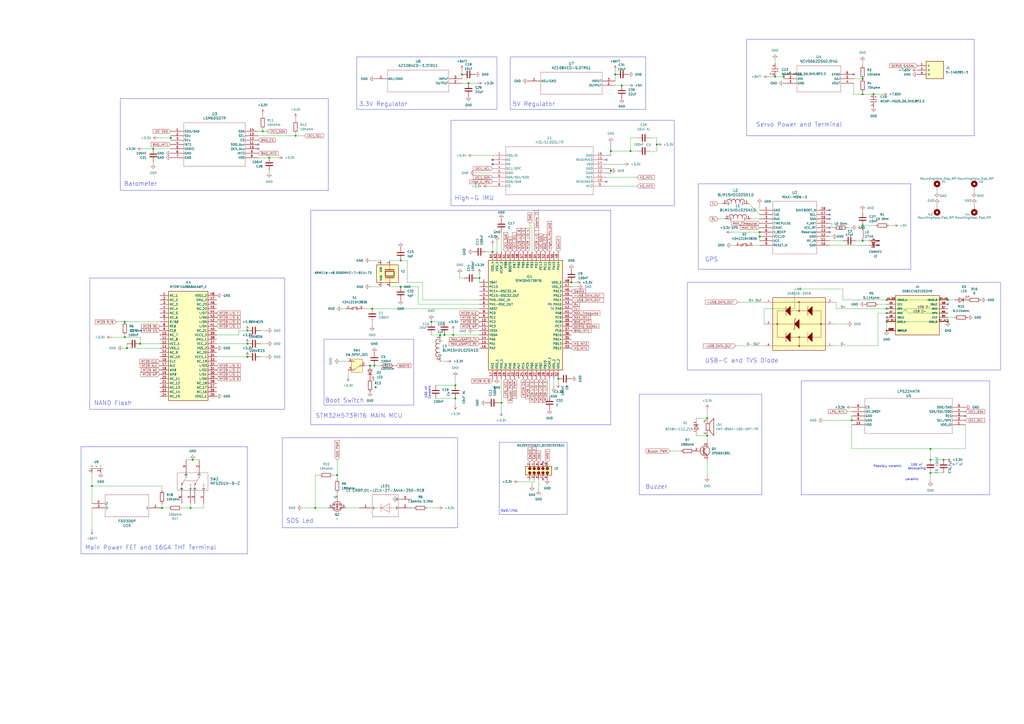
<source format=kicad_sch>
(kicad_sch (version 20250114) (generator "eeschema") (generator_version "9.0")
  (paper "A2")
  (lib_symbols
    (symbol "Device:C" (pin_numbers (hide yes)) (pin_names (offset 0.254))
      (property "Reference" "C" (at 0.635 2.54 0))
      (property "Value" "C" (at 0.635 -2.54 0))
      (symbol "C_1_1"
        (pin passive line (at 0 3.81 270) (length 2.794) (name "~") (number "1"))
        (pin passive line (at 0 -3.81 90) (length 2.794) (name "~") (number "2"))
      )
    )
    (symbol "Device:L" (pin_numbers (hide yes)) (pin_names (offset 1.016) (hide yes))
      (property "Reference" "L" (at -1.27 0 90))
      (property "Value" "L" (at 1.905 0 90))
      (symbol "L_1_1"
        (pin passive line (at 0 3.81 270) (length 1.27) (name "1") (number "1"))
        (pin passive line (at 0 -3.81 90) (length 1.27) (name "2") (number "2"))
      )
    )
    (symbol "Device:LED" (pin_numbers (hide yes)) (pin_names (offset 1.016) (hide yes))
      (property "Reference" "D" (at 0 2.54 0))
      (property "Value" "LED" (at 0 -2.54 0))
      (symbol "LED_1_1"
        (pin passive line (at -3.81 0 0) (length 2.54) (name "K") (number "1"))
        (pin passive line (at 3.81 0 180) (length 2.54) (name "A") (number "2"))
      )
    )
    (symbol "Device:R" (pin_numbers (hide yes)) (pin_names (offset 0))
      (property "Reference" "R" (at 2.032 0 90))
      (property "Value" "R" (at 0 0 90))
      (symbol "R_1_1"
        (pin passive line (at 0 3.81 270) (length 1.27) (name "~") (number "1"))
        (pin passive line (at 0 -3.81 90) (length 1.27) (name "~") (number "2"))
      )
    )
    (symbol "Group Rocket PCB Symbols:434121043836" (pin_names (offset 1.016))
      (property "Reference" "S" (at -0.635 2.54 0))
      (property "Value" "434121043836" (at 0 -3.81 0))
      (symbol "434121043836_0_0"
        (pin passive line (at -5.08 0 0) (length 2.54) (name "~") (number "1"))
        (pin passive line (at 5.08 0 180) (length 2.54) (name "~") (number "2"))
      )
    )
    (symbol "Group Rocket PCB Symbols:5-146285-3" (pin_names (offset 1.016))
      (property "Reference" "J" (at -5.58 5.08 0))
      (property "Value" "5-146285-3" (at -5.08 -7.62 0))
      (symbol "5-146285-3_0_0"
        (pin passive line (at -10.16 2.54 0) (length 5.08) (name "1") (number "1"))
        (pin passive line (at -10.16 0 0) (length 5.08) (name "2") (number "2"))
        (pin passive line (at -10.16 -2.54 0) (length 5.08) (name "3") (number "3"))
      )
    )
    (symbol "Group Rocket PCB Symbols:6120XX21621_61201021621" (pin_names (offset 1.016))
      (property "Reference" "J" (at -8.8 0.35 0))
      (property "Value" "6120XX21621_61201021621" (at 12.7 -12.7 0))
      (symbol "6120XX21621_61201021621_0_0"
        (pin passive line (at -5.08 5.08 270) (length 2.54) (name "~") (number "2"))
        (pin passive line (at -5.08 -5.08 90) (length 2.54) (name "~") (number "1"))
        (pin passive line (at -2.54 5.08 270) (length 2.54) (name "~") (number "4"))
        (pin passive line (at -2.54 -5.08 90) (length 2.54) (name "~") (number "3"))
        (pin passive line (at 0 5.08 270) (length 2.54) (name "~") (number "6"))
        (pin passive line (at 0 -5.08 90) (length 2.54) (name "~") (number "5"))
        (pin passive line (at 2.54 5.08 270) (length 2.54) (name "~") (number "8"))
        (pin passive line (at 2.54 -5.08 90) (length 2.54) (name "~") (number "7"))
        (pin passive line (at 5.08 5.08 270) (length 2.54) (name "~") (number "10"))
        (pin passive line (at 5.08 -5.08 90) (length 2.54) (name "~") (number "9"))
      )
    )
    (symbol "Group Rocket PCB Symbols:ABM11W-48.0000MHZ-7-B1U-T3" (pin_names (offset 1.016))
      (property "Reference" "Y" (at -5.0878 6.3559 0))
      (property "Value" "ABM11W-48.0000MHZ-7-B1U-T3" (at -16.51 -10.16 0))
      (symbol "ABM11W-48.0000MHZ-7-B1U-T3_0_0"
        (pin passive line (at -7.62 0 0) (length 2.54) (name "~") (number "1"))
        (pin power_in line (at -7.62 -5.08 0) (length 2.54) (name "GND") (number "2"))
        (pin passive line (at 7.62 0 180) (length 2.54) (name "~") (number "3"))
        (pin power_in line (at 7.62 -5.08 180) (length 2.54) (name "GND") (number "4"))
      )
    )
    (symbol "Group Rocket PCB Symbols:AZ1084CD-3.3TRG1" (pin_names (offset 0.254))
      (property "Reference" "U" (at 25.4 10.16 0))
      (property "Value" "AZ1084CD-3.3TRG1" (at 25.4 7.62 0))
      (symbol "AZ1084CD-3.3TRG1_0_1"
        (pin power_out line (at 0 0 0) (length 7.62) (name "ADJ/GND") (number "1"))
        (pin input line (at 50.8 0 180) (length 7.62) (name "INPUT") (number "3"))
        (pin output line (at 50.8 -2.54 180) (length 7.62) (name "OUTPUT") (number "2"))
      )
    )
    (symbol "Group Rocket PCB Symbols:BAT_16GA_THT_PAD"
      (property "Reference" "U" (at 0 3.81 0))
      (symbol "BAT_16GA_THT_PAD_1_1"
        (pin input line (at -2.54 -2.54 90) (length 2.54) (name "+") (number "1"))
        (pin input line (at 2.54 -2.54 90) (length 2.54) (name "-") (number "2"))
      )
    )
    (symbol "Group Rocket PCB Symbols:BZX84-C12_215" (pin_names (offset 1.016))
      (property "Reference" "D" (at -5.0835 2.4159 0))
      (property "Value" "BZX84-C12_215" (at -7.62 -3.81 0))
      (symbol "BZX84-C12_215_0_0"
        (pin passive line (at -5.08 0 0) (length 5.08) (name "~") (number "3"))
        (pin passive line (at 5.08 0 180) (length 5.08) (name "~") (number "1"))
      )
    )
    (symbol "Group Rocket PCB Symbols:CMT-8504-100-SMT-TR" (pin_names (offset 1.016))
      (property "Reference" "LS" (at -3.81 8.89 0))
      (property "Value" "CMT-8504-100-SMT-TR" (at -3.81 -10.16 0))
      (symbol "CMT-8504-100-SMT-TR_0_0"
        (text "+" (at -2.54 3.81 0) (effects (font (size 1.27 1.27)) (justify left top)))
        (text "-" (at -2.54 -2.54 0) (effects (font (size 1.27 1.27)) (justify left top)))
        (pin passive line (at 0 5.08 270) (length 2.54) (name "~") (number "P"))
        (pin passive line (at 0 -5.08 90) (length 2.54) (name "~") (number "N"))
      )
    )
    (symbol "Group Rocket PCB Symbols:FDD306P" (pin_names (offset 0.254))
      (property "Reference" "U" (at 0 11.43 0))
      (property "Value" "FDD306P" (at 0 8.89 0))
      (symbol "FDD306P_0_1"
        (pin unspecified line (at -20.32 1.27 0) (length 7.62) (name "1") (number "1"))
        (pin unspecified line (at 20.32 1.27 180) (length 7.62) (name "3") (number "3"))
        (pin unspecified line (at 20.32 -1.27 180) (length 7.62) (name "2") (number "2"))
      )
    )
    (symbol "Group Rocket PCB Symbols:GSB1C4621DS2HR" (pin_names (offset 1.016))
      (property "Reference" "J" (at -12.7 10.922 0))
      (property "Value" "GSB1C4621DS2HR" (at -8.89 11.43 0))
      (symbol "GSB1C4621DS2HR_0_0"
        (pin power_in line (at -17.78 7.62 0) (length 5.08) (name "VBUS_A") (number "A4_B9"))
        (pin bidirectional line (at -17.78 5.08 0) (length 5.08) (name "CC1") (number "A5"))
        (pin bidirectional line (at -17.78 2.54 0) (length 5.08) (name "DP1") (number "A6"))
        (pin bidirectional line (at -17.78 0 0) (length 5.08) (name "DN1") (number "A7"))
        (pin bidirectional line (at -17.78 -2.54 0) (length 5.08) (name "SBU1") (number "A8"))
        (pin power_in line (at -17.78 -5.08 0) (length 5.08) (name "GND_A") (number "A1_B12"))
        (pin passive line (at -17.78 -10.16 0) (length 5.08) (name "SHIELD") (number "SH1"))
        (pin passive line (at -17.78 -10.16 0) (length 5.08) (name "SHIELD") (number "SH2"))
        (pin passive line (at -17.78 -10.16 0) (length 5.08) (name "SHIELD") (number "SH3"))
        (pin passive line (at -17.78 -10.16 0) (length 5.08) (name "SHIELD") (number "SH4"))
        (pin power_in line (at 17.78 7.62 180) (length 5.08) (name "VBUS_B") (number "B4_A9"))
        (pin bidirectional line (at 17.78 5.08 180) (length 5.08) (name "SBU2") (number "B8"))
        (pin bidirectional line (at 17.78 2.54 180) (length 5.08) (name "DN2") (number "B7"))
        (pin bidirectional line (at 17.78 0 180) (length 5.08) (name "DP2") (number "B6"))
        (pin bidirectional line (at 17.78 -2.54 180) (length 5.08) (name "CC2") (number "B5"))
        (pin power_in line (at 17.78 -5.08 180) (length 5.08) (name "GND_B") (number "B1_A12"))
      )
    )
    (symbol "Group Rocket PCB Symbols:LJ_CRBP.01-JZLX-27-3A4A-350-R18" (pin_names (offset 0.254))
      (property "Reference" "LED" (at 15.24 12.7 0))
      (property "Value" "LJ CRBP.01-JZLX-27-3A4A-350-R18" (at 20.32 10.16 0))
      (symbol "LJ_CRBP.01-JZLX-27-3A4A-350-R18_0_1"
        (pin unspecified line (at 0 0 0) (length 7.62) (name "1") (number "1"))
        (pin unspecified line (at 30.48 5.08 180) (length 7.62) (name "3") (number "3"))
        (pin unspecified line (at 30.48 0 180) (length 7.62) (name "2") (number "2"))
      )
    )
    (symbol "Group Rocket PCB Symbols:LPS22HHTR" (pin_names (offset 0.254))
      (property "Reference" "U" (at 0 15.24 0))
      (property "Value" "LPS22HHTR" (at 0 12.7 0))
      (symbol "LPS22HHTR_0_1"
        (pin power_in line (at -33.02 5.08 0) (length 7.62) (name "VDD_IO") (number "1"))
        (pin unspecified line (at -33.02 2.54 0) (length 7.62) (name "SCL/SPC") (number "2"))
        (pin unspecified line (at -33.02 0 0) (length 7.62) (name "RES") (number "3"))
        (pin unspecified line (at -33.02 -2.54 0) (length 7.62) (name "SDA/SDI/SDO") (number "4"))
        (pin unspecified line (at -33.02 -5.08 0) (length 7.62) (name "SDO/SA0") (number "5"))
        (pin power_in line (at 33.02 5.08 180) (length 7.62) (name "VDD") (number "10"))
        (pin power_out line (at 33.02 2.54 180) (length 7.62) (name "GND") (number "9"))
        (pin power_out line (at 33.02 0 180) (length 7.62) (name "GND") (number "8"))
        (pin unspecified line (at 33.02 -2.54 180) (length 7.62) (name "INT_DRDY") (number "7"))
        (pin unspecified line (at 33.02 -5.08 180) (length 7.62) (name "CS") (number "6"))
      )
    )
    (symbol "Group Rocket PCB Symbols:LSM6DSOTR" (pin_names (offset 0.254))
      (property "Reference" "U" (at 25.4 10.16 0))
      (property "Value" "LSM6DSOTR" (at 25.4 7.62 0))
      (symbol "LSM6DSOTR_0_1"
        (pin bidirectional line (at 0 0 0) (length 7.62) (name "SDO/SA0") (number "1"))
        (pin bidirectional line (at 0 -2.54 0) (length 7.62) (name "SDx") (number "2"))
        (pin bidirectional line (at 0 -5.08 0) (length 7.62) (name "SCx") (number "3"))
        (pin output line (at 0 -7.62 0) (length 7.62) (name "INT1") (number "4"))
        (pin power_in line (at 0 -10.16 0) (length 7.62) (name "VDDIO") (number "5"))
        (pin power_out line (at 0 -12.7 0) (length 7.62) (name "GND") (number "6"))
        (pin power_out line (at 0 -15.24 0) (length 7.62) (name "GND") (number "7"))
        (pin bidirectional line (at 50.8 0 180) (length 7.62) (name "SDA") (number "14"))
        (pin input line (at 50.8 -2.54 180) (length 7.62) (name "SCL") (number "13"))
        (pin input line (at 50.8 -5.08 180) (length 7.62) (name "CS") (number "12"))
        (pin bidirectional line (at 50.8 -7.62 180) (length 7.62) (name "SDO_Aux") (number "11"))
        (pin bidirectional line (at 50.8 -10.16 180) (length 7.62) (name "OCS_Aux") (number "10"))
        (pin output line (at 50.8 -12.7 180) (length 7.62) (name "INT2") (number "9"))
        (pin power_in line (at 50.8 -15.24 180) (length 7.62) (name "VDD") (number "8"))
      )
    )
    (symbol "Group Rocket PCB Symbols:MFS201N-9-Z" (pin_names (offset 0.254))
      (property "Reference" "SW" (at 0 13.97 0))
      (property "Value" "MFS201N-9-Z" (at 0 11.43 0))
      (symbol "MFS201N-9-Z_0_1"
        (pin unspecified line (at -12.7 3.81 0) (length 7.62) (name "2") (number "2"))
        (pin unspecified line (at -12.7 -3.81 0) (length 7.62) (name "5") (number "5"))
        (pin unspecified line (at 12.7 6.35 180) (length 7.62) (name "1") (number "1"))
        (pin unspecified line (at 12.7 1.27 180) (length 7.62) (name "3") (number "3"))
        (pin unspecified line (at 12.7 -1.27 180) (length 7.62) (name "4") (number "4"))
        (pin unspecified line (at 12.7 -6.35 180) (length 7.62) (name "6") (number "6"))
      )
    )
    (symbol "Group Rocket PCB Symbols:NCV5662DSADJR4G" (pin_names (offset 0.254))
      (property "Reference" "U" (at 20.32 10.16 0))
      (property "Value" "NCV5662DSADJR4G" (at 20.32 7.62 0))
      (symbol "NCV5662DSADJR4G_0_1"
        (pin unspecified line (at 0 0 0) (length 7.62) (name "EN") (number "1"))
        (pin input line (at 0 -2.54 0) (length 7.62) (name "VIN") (number "2"))
        (pin power_in line (at 0 -5.08 0) (length 7.62) (name "GND") (number "3"))
        (pin unspecified line (at 40.64 0 180) (length 7.62) (name "EPAD") (number "6"))
        (pin output line (at 40.64 -2.54 180) (length 7.62) (name "ADJ") (number "5"))
        (pin output line (at 40.64 -5.08 180) (length 7.62) (name "VOUT") (number "4"))
      )
    )
    (symbol "Group Rocket PCB Symbols:USBLC6-2SC6" (pin_names (offset 1.016))
      (property "Reference" "U" (at -15.2693 17.8093 0))
      (property "Value" "USBLC6-2SC6" (at -7.62 -16.51 0))
      (symbol "USBLC6-2SC6_0_0"
        (pin bidirectional line (at -20.32 12.7 0) (length 5.08) (name "~") (number "1"))
        (pin power_in line (at -20.32 0 0) (length 5.08) (name "~") (number "2"))
        (pin bidirectional line (at -20.32 -12.7 0) (length 5.08) (name "~") (number "3"))
        (pin bidirectional line (at 20.32 12.7 180) (length 5.08) (name "~") (number "6"))
        (pin power_in line (at 20.32 0 180) (length 5.08) (name "~") (number "5"))
        (pin bidirectional line (at 20.32 -12.7 180) (length 5.08) (name "~") (number "4"))
      )
    )
    (symbol "Group Rocket PCB Symbols:WCAP-HSG5_D6.3H5.8P2.2" (pin_names (offset 1.016))
      (property "Reference" "C" (at 1.175 3.38 0))
      (property "Value" "WCAP-HSG5_D6.3H5.8P2.2" (at 1.27 -3.81 0))
      (symbol "WCAP-HSG5_D6.3H5.8P2.2_0_0"
        (text "+" (at 2.54 -1.905 0) (effects (font (size 1.4224 1.4224)) (justify left bottom)))
        (pin passive line (at -2.54 0 0) (length 2.54) (name "~") (number "1"))
        (pin passive line (at 5.08 0 180) (length 2.54) (name "~") (number "2"))
      )
    )
    (symbol "Group Rocket Symbol Library:BLM15HD102SN1D" (pin_names (offset 0.254))
      (property "Reference" "L" (at 0 3.81 0))
      (property "Value" "BLM15HD102SN1D" (at -0.635 -2.54 0))
      (symbol "BLM15HD102SN1D_1_1"
        (pin unspecified line (at -7.62 0 0) (length 2.54) (name "2") (number "2"))
        (pin unspecified line (at 7.62 0 180) (length 2.54) (name "1") (number "1"))
      )
      (symbol "BLM15HD102SN1D_1_2"
        (pin unspecified line (at 0 15.24 270) (length 2.54) (name "1") (number "1"))
        (pin unspecified line (at 0 0 90) (length 2.54) (name "2") (number "2"))
      )
    )
    (symbol "Group Rocket Symbol Library:CONMHF1-SMD-G-T" (pin_names (offset 1.016))
      (property "Reference" "J" (at -2.54 1.27 0))
      (property "Value" "CNMHF1" (at -4.064 -6.858 0))
      (symbol "CONMHF1-SMD-G-T_0_0"
        (pin passive line (at -2.54 0 0) (length 5.08) (name "~") (number "1"))
        (pin passive line (at -2.54 -2.54 0) (length 5.08) (name "~") (number "S1"))
      )
    )
    (symbol "Group Rocket Symbol Library:MAX-M8W-0" (pin_names (offset 0.254))
      (property "Reference" "U" (at 0 19.05 0))
      (property "Value" "MAX-M8W-0" (at 0 16.51 0))
      (symbol "MAX-M8W-0_1_1"
        (pin unspecified line (at -20.32 8.89 0) (length 7.62) (name "GND") (number "1"))
        (pin unspecified line (at -20.32 6.35 0) (length 7.62) (name "TxD") (number "2"))
        (pin unspecified line (at -20.32 3.81 0) (length 7.62) (name "RxD") (number "3"))
        (pin unspecified line (at -20.32 1.27 0) (length 7.62) (name "TIMEPULSE") (number "4"))
        (pin unspecified line (at -20.32 -1.27 0) (length 7.62) (name "EXINT") (number "5"))
        (pin unspecified line (at -20.32 -3.81 0) (length 7.62) (name "V_BCKP") (number "6"))
        (pin unspecified line (at -20.32 -6.35 0) (length 7.62) (name "VCC_IO") (number "7"))
        (pin unspecified line (at -20.32 -8.89 0) (length 7.62) (name "VCC") (number "8"))
        (pin unspecified line (at -20.32 -11.43 0) (length 7.62) (name "RESET_N") (number "9"))
        (pin unspecified line (at 20.32 8.89 180) (length 7.62) (name "SAVEBOOT_N") (number "18"))
        (pin unspecified line (at 20.32 6.35 180) (length 7.62) (name "SCL") (number "17"))
        (pin unspecified line (at 20.32 3.81 180) (length 7.62) (name "SDA") (number "16"))
        (pin unspecified line (at 20.32 1.27 180) (length 7.62) (name "V_ANT") (number "15"))
        (pin unspecified line (at 20.32 -1.27 180) (length 7.62) (name "VCC_RF") (number "14"))
        (pin unspecified line (at 20.32 -3.81 180) (length 7.62) (name "Reserved") (number "13"))
        (pin unspecified line (at 20.32 -6.35 180) (length 7.62) (name "GND") (number "12"))
        (pin unspecified line (at 20.32 -8.89 180) (length 7.62) (name "RF_IN") (number "11"))
        (pin unspecified line (at 20.32 -11.43 180) (length 7.62) (name "GND") (number "10"))
      )
    )
    (symbol "Mechanical:MountingHole_Pad_MP" (pin_numbers (hide yes)) (pin_names (offset 1.016) (hide yes)) (exclude_from_sim yes) (in_bom no)
      (property "Reference" "H" (at 0 6.35 0))
      (property "Value" "MountingHole_Pad_MP" (at 0 4.445 0))
      (symbol "MountingHole_Pad_MP_1_1"
        (pin input line (at 0 -2.54 90) (length 2.54) (name "MP") (number "MP"))
      )
    )
    (symbol "Rocket Club 2025 Parts Symbols:MT29F1G08ABAEAWP_E"
      (property "Reference" "IC" (at 29.21 7.62 0))
      (property "Value" "MT29F1G08ABAEAWP_E" (at 29.21 5.08 0))
      (symbol "MT29F1G08ABAEAWP_E_1_1"
        (pin passive line (at 0 0 0) (length 5.08) (name "NC_1") (number "1"))
        (pin passive line (at 0 -2.54 0) (length 5.08) (name "NC_2") (number "2"))
        (pin passive line (at 0 -5.08 0) (length 5.08) (name "NC_3") (number "3"))
        (pin passive line (at 0 -7.62 0) (length 5.08) (name "NC_4") (number "4"))
        (pin passive line (at 0 -10.16 0) (length 5.08) (name "NC_5") (number "5"))
        (pin passive line (at 0 -12.7 0) (length 5.08) (name "NC_6") (number "6"))
        (pin passive line (at 0 -15.24 0) (length 5.08) (name "R/B#") (number "7"))
        (pin passive line (at 0 -17.78 0) (length 5.08) (name "RE#") (number "8"))
        (pin passive line (at 0 -20.32 0) (length 5.08) (name "CE#") (number "9"))
        (pin passive line (at 0 -22.86 0) (length 5.08) (name "NC_7") (number "10"))
        (pin passive line (at 0 -25.4 0) (length 5.08) (name "NC_8") (number "11"))
        (pin passive line (at 0 -27.94 0) (length 5.08) (name "VCC_1") (number "12"))
        (pin passive line (at 0 -30.48 0) (length 5.08) (name "VSS_1") (number "13"))
        (pin passive line (at 0 -33.02 0) (length 5.08) (name "NC_9") (number "14"))
        (pin passive line (at 0 -35.56 0) (length 5.08) (name "NC_10") (number "15"))
        (pin passive line (at 0 -38.1 0) (length 5.08) (name "CLE") (number "16"))
        (pin passive line (at 0 -40.64 0) (length 5.08) (name "ALE") (number "17"))
        (pin passive line (at 0 -43.18 0) (length 5.08) (name "WE#") (number "18"))
        (pin passive line (at 0 -45.72 0) (length 5.08) (name "WP#") (number "19"))
        (pin passive line (at 0 -48.26 0) (length 5.08) (name "NC_11") (number "20"))
        (pin passive line (at 0 -50.8 0) (length 5.08) (name "NC_12") (number "21"))
        (pin passive line (at 0 -53.34 0) (length 5.08) (name "NC_13") (number "22"))
        (pin passive line (at 0 -55.88 0) (length 5.08) (name "NC_14") (number "23"))
        (pin passive line (at 0 -58.42 0) (length 5.08) (name "NC_15") (number "24"))
        (pin passive line (at 33.02 0 180) (length 5.08) (name "VSS1_2") (number "48"))
        (pin passive line (at 33.02 -2.54 180) (length 5.08) (name "DNU_2") (number "47"))
        (pin passive line (at 33.02 -5.08 180) (length 5.08) (name "NC_23") (number "46"))
        (pin passive line (at 33.02 -7.62 180) (length 5.08) (name "NC_22") (number "45"))
        (pin passive line (at 33.02 -10.16 180) (length 5.08) (name "I/O7") (number "44"))
        (pin passive line (at 33.02 -12.7 180) (length 5.08) (name "I/O6") (number "43"))
        (pin passive line (at 33.02 -15.24 180) (length 5.08) (name "I/O5") (number "42"))
        (pin passive line (at 33.02 -17.78 180) (length 5.08) (name "I/O4") (number "41"))
        (pin passive line (at 33.02 -20.32 180) (length 5.08) (name "NC_21") (number "40"))
        (pin passive line (at 33.02 -22.86 180) (length 5.08) (name "VCC1_2") (number "39"))
        (pin passive line (at 33.02 -25.4 180) (length 5.08) (name "DNU_1") (number "38"))
        (pin passive line (at 33.02 -27.94 180) (length 5.08) (name "VCC_2") (number "37"))
        (pin passive line (at 33.02 -30.48 180) (length 5.08) (name "VSS_2") (number "36"))
        (pin passive line (at 33.02 -33.02 180) (length 5.08) (name "NC_20") (number "35"))
        (pin passive line (at 33.02 -35.56 180) (length 5.08) (name "VCC1_1") (number "34"))
        (pin passive line (at 33.02 -38.1 180) (length 5.08) (name "NC_19") (number "33"))
        (pin passive line (at 33.02 -40.64 180) (length 5.08) (name "I/O3") (number "32"))
        (pin passive line (at 33.02 -43.18 180) (length 5.08) (name "I/O2") (number "31"))
        (pin passive line (at 33.02 -45.72 180) (length 5.08) (name "I/O1") (number "30"))
        (pin passive line (at 33.02 -48.26 180) (length 5.08) (name "I/O0") (number "29"))
        (pin passive line (at 33.02 -50.8 180) (length 5.08) (name "NC_18") (number "28"))
        (pin passive line (at 33.02 -53.34 180) (length 5.08) (name "NC_17") (number "27"))
        (pin passive line (at 33.02 -55.88 180) (length 5.08) (name "NC_16") (number "26"))
        (pin passive line (at 33.02 -58.42 180) (length 5.08) (name "VSS1_1") (number "25"))
      )
    )
    (symbol "Rocket Club 2025 Parts Symbols_Including_Full_Stm32:H3LIS100DLTR" (pin_names (offset 0.254))
      (property "Reference" "U" (at 33.02 10.16 0))
      (property "Value" "H3LIS100DLTR" (at 33.02 7.62 0))
      (symbol "H3LIS100DLTR_0_1"
        (pin power_in line (at 0 0 0) (length 7.62) (name "VDD_IO") (number "1"))
        (pin no_connect line (at 0 -2.54 0) (length 7.62) (name "NC") (number "2"))
        (pin no_connect line (at 0 -5.08 0) (length 7.62) (name "NC") (number "3"))
        (pin bidirectional line (at 0 -7.62 0) (length 7.62) (name "SCL/SPC") (number "4"))
        (pin power_in line (at 0 -10.16 0) (length 7.62) (name "GND") (number "5"))
        (pin bidirectional line (at 0 -12.7 0) (length 7.62) (name "SDA/SDI/SDO") (number "6"))
        (pin bidirectional line (at 0 -15.24 0) (length 7.62) (name "SDO/SA0") (number "7"))
        (pin bidirectional line (at 0 -17.78 0) (length 7.62) (name "CS") (number "8"))
        (pin power_in line (at 66.04 0 180) (length 7.62) (name "GND") (number "16"))
        (pin unspecified line (at 66.04 -2.54 180) (length 7.62) (name "RESERVED") (number "15"))
        (pin power_in line (at 66.04 -5.08 180) (length 7.62) (name "VDD") (number "14"))
        (pin power_in line (at 66.04 -7.62 180) (length 7.62) (name "GND") (number "13"))
        (pin power_in line (at 66.04 -10.16 180) (length 7.62) (name "GND") (number "12"))
        (pin bidirectional line (at 66.04 -12.7 180) (length 7.62) (name "INT1") (number "11"))
        (pin unspecified line (at 66.04 -15.24 180) (length 7.62) (name "RESERVED") (number "10"))
        (pin bidirectional line (at 66.04 -17.78 180) (length 7.62) (name "INT2") (number "9"))
      )
    )
    (symbol "Rocket Club 2025 Parts Symbols_Including_Full_Stm32:STM32H573RIT6"
      (property "Reference" "IC" (at 49.53 17.78 0))
      (property "Value" "STM32H573RIT6" (at 49.53 15.24 0))
      (symbol "STM32H573RIT6_1_1"
        (pin passive line (at 0 0 0) (length 5.08) (name "VBAT") (number "1"))
        (pin passive line (at 0 -2.54 0) (length 5.08) (name "PC13") (number "2"))
        (pin passive line (at 0 -5.08 0) (length 5.08) (name "PC14-OSC32_IN") (number "3"))
        (pin passive line (at 0 -7.62 0) (length 5.08) (name "PC15-OSC32_OUT") (number "4"))
        (pin passive line (at 0 -10.16 0) (length 5.08) (name "PH0-OSC_IN") (number "5"))
        (pin passive line (at 0 -12.7 0) (length 5.08) (name "PH1-OSC_OUT") (number "6"))
        (pin passive line (at 0 -15.24 0) (length 5.08) (name "NRST") (number "7"))
        (pin passive line (at 0 -17.78 0) (length 5.08) (name "PC0") (number "8"))
        (pin passive line (at 0 -20.32 0) (length 5.08) (name "PC1") (number "9"))
        (pin passive line (at 0 -22.86 0) (length 5.08) (name "PC2") (number "10"))
        (pin passive line (at 0 -25.4 0) (length 5.08) (name "PC3") (number "11"))
        (pin passive line (at 0 -27.94 0) (length 5.08) (name "VSSA") (number "12"))
        (pin passive line (at 0 -30.48 0) (length 5.08) (name "VDDA") (number "13"))
        (pin passive line (at 0 -33.02 0) (length 5.08) (name "PA0") (number "14"))
        (pin passive line (at 0 -35.56 0) (length 5.08) (name "PA1") (number "15"))
        (pin passive line (at 0 -38.1 0) (length 5.08) (name "PA2") (number "16"))
        (pin passive line (at 7.62 17.78 270) (length 5.08) (name "VDD_4") (number "64"))
        (pin passive line (at 7.62 -55.88 90) (length 5.08) (name "PA3") (number "17"))
        (pin passive line (at 10.16 17.78 270) (length 5.08) (name "VSS_4") (number "63"))
        (pin passive line (at 10.16 -55.88 90) (length 5.08) (name "VSS_1") (number "18"))
        (pin passive line (at 12.7 17.78 270) (length 5.08) (name "VCAP_2") (number "62"))
        (pin passive line (at 12.7 -55.88 90) (length 5.08) (name "VDD_1") (number "19"))
        (pin passive line (at 15.24 17.78 270) (length 5.08) (name "PB8") (number "61"))
        (pin passive line (at 15.24 -55.88 90) (length 5.08) (name "PA4") (number "20"))
        (pin passive line (at 17.78 17.78 270) (length 5.08) (name "BOOT0") (number "60"))
        (pin passive line (at 17.78 -55.88 90) (length 5.08) (name "PA5") (number "21"))
        (pin passive line (at 20.32 17.78 270) (length 5.08) (name "PB7") (number "59"))
        (pin passive line (at 20.32 -55.88 90) (length 5.08) (name "PA6") (number "22"))
        (pin passive line (at 22.86 17.78 270) (length 5.08) (name "PB6") (number "58"))
        (pin passive line (at 22.86 -55.88 90) (length 5.08) (name "PA7") (number "23"))
        (pin passive line (at 25.4 17.78 270) (length 5.08) (name "PB5") (number "57"))
        (pin passive line (at 25.4 -55.88 90) (length 5.08) (name "PC4") (number "24"))
        (pin passive line (at 27.94 17.78 270) (length 5.08) (name "PB4") (number "56"))
        (pin passive line (at 27.94 -55.88 90) (length 5.08) (name "PC5") (number "25"))
        (pin passive line (at 30.48 17.78 270) (length 5.08) (name "PB3") (number "55"))
        (pin passive line (at 30.48 -55.88 90) (length 5.08) (name "PB0") (number "26"))
        (pin passive line (at 33.02 17.78 270) (length 5.08) (name "PD2") (number "54"))
        (pin passive line (at 33.02 -55.88 90) (length 5.08) (name "PB1") (number "27"))
        (pin passive line (at 35.56 17.78 270) (length 5.08) (name "PC12") (number "53"))
        (pin passive line (at 35.56 -55.88 90) (length 5.08) (name "PB2") (number "28"))
        (pin passive line (at 38.1 17.78 270) (length 5.08) (name "PC11") (number "52"))
        (pin passive line (at 38.1 -55.88 90) (length 5.08) (name "PB10") (number "29"))
        (pin passive line (at 40.64 17.78 270) (length 5.08) (name "PC10") (number "51"))
        (pin passive line (at 40.64 -55.88 90) (length 5.08) (name "VCAP_1") (number "30"))
        (pin passive line (at 43.18 17.78 270) (length 5.08) (name "PA15") (number "50"))
        (pin passive line (at 43.18 -55.88 90) (length 5.08) (name "VSS_2") (number "31"))
        (pin passive line (at 45.72 17.78 270) (length 5.08) (name "PA14") (number "49"))
        (pin passive line (at 45.72 -55.88 90) (length 5.08) (name "VDD_2") (number "32"))
        (pin passive line (at 53.34 0 180) (length 5.08) (name "VDD_3") (number "48"))
        (pin passive line (at 53.34 -2.54 180) (length 5.08) (name "VSS_3") (number "47"))
        (pin passive line (at 53.34 -5.08 180) (length 5.08) (name "PA13") (number "46"))
        (pin passive line (at 53.34 -7.62 180) (length 5.08) (name "PA12") (number "45"))
        (pin passive line (at 53.34 -10.16 180) (length 5.08) (name "PA11") (number "44"))
        (pin passive line (at 53.34 -12.7 180) (length 5.08) (name "PA10") (number "43"))
        (pin passive line (at 53.34 -15.24 180) (length 5.08) (name "PA9") (number "42"))
        (pin passive line (at 53.34 -17.78 180) (length 5.08) (name "PA8") (number "41"))
        (pin passive line (at 53.34 -20.32 180) (length 5.08) (name "PC9") (number "40"))
        (pin passive line (at 53.34 -22.86 180) (length 5.08) (name "PC8") (number "39"))
        (pin passive line (at 53.34 -25.4 180) (length 5.08) (name "PC7") (number "38"))
        (pin passive line (at 53.34 -27.94 180) (length 5.08) (name "PC6") (number "37"))
        (pin passive line (at 53.34 -30.48 180) (length 5.08) (name "PB15") (number "36"))
        (pin passive line (at 53.34 -33.02 180) (length 5.08) (name "PB14") (number "35"))
        (pin passive line (at 53.34 -35.56 180) (length 5.08) (name "PB13") (number "34"))
        (pin passive line (at 53.34 -38.1 180) (length 5.08) (name "PB12") (number "33"))
      )
    )
    (symbol "Simulation_SPICE:NMOS" (pin_numbers (hide yes)) (pin_names (offset 0))
      (property "Reference" "Q" (at 5.08 1.27 0))
      (property "Value" "NMOS" (at 5.08 -1.27 0))
      (symbol "NMOS_1_1"
        (pin input line (at -5.08 0 0) (length 2.54) (name "G") (number "2"))
        (pin passive line (at 2.54 5.08 270) (length 2.54) (name "D") (number "1"))
        (pin passive line (at 2.54 -5.08 90) (length 2.54) (name "S") (number "3"))
      )
    )
    (symbol "Switch:SW_SPDT_321" (pin_names (offset 1) (hide yes))
      (property "Reference" "SW" (at 0 5.08 0))
      (property "Value" "SW_SPDT_321" (at 0 -5.08 0))
      (symbol "SW_SPDT_321_1_1"
        (pin passive line (at -5.08 0 0) (length 2.54) (name "B") (number "2"))
        (pin passive line (at 5.08 2.54 180) (length 2.54) (name "A") (number "3"))
        (pin passive line (at 5.08 -2.54 180) (length 2.54) (name "C") (number "1"))
      )
    )
    (symbol "Transistor_BJT:BC107" (pin_names (offset 0) (hide yes))
      (property "Reference" "Q" (at 5.08 1.905 0))
      (property "Value" "BC107" (at 5.08 0 0))
      (symbol "BC107_1_1"
        (pin input line (at -5.08 0 0) (length 2.54) (name "B") (number "2"))
        (pin passive line (at 2.54 5.08 270) (length 2.54) (name "C") (number "3"))
        (pin passive line (at 2.54 -5.08 90) (length 2.54) (name "E") (number "1"))
      )
    )
    (symbol "power:+3.3V" (power) (pin_numbers (hide yes)) (pin_names (offset 0) (hide yes))
      (property "Value" "+3.3V" (at 0 3.556 0))
      (symbol "+3.3V_1_1"
        (pin power_in line (at 0 0 90) (length 0) (name "~") (number "1"))
      )
    )
    (symbol "power:+5V" (power) (pin_numbers (hide yes)) (pin_names (offset 0) (hide yes))
      (property "Value" "+5V" (at 0 3.556 0))
      (symbol "+5V_1_1"
        (pin power_in line (at 0 0 90) (length 0) (name "~") (number "1"))
      )
    )
    (symbol "power:+7.5V" (power) (pin_numbers (hide yes)) (pin_names (offset 0) (hide yes))
      (property "Value" "+7.5V" (at 0 3.556 0))
      (symbol "+7.5V_1_1"
        (pin power_in line (at 0 0 90) (length 0) (name "~") (number "1"))
      )
    )
    (symbol "power:+BATT" (power) (pin_numbers (hide yes)) (pin_names (offset 0) (hide yes))
      (property "Value" "+BATT" (at 0 3.556 0))
      (symbol "+BATT_1_1"
        (pin power_in line (at 0 0 90) (length 0) (name "~") (number "1"))
      )
    )
    (symbol "power:GND" (power) (pin_numbers (hide yes)) (pin_names (offset 0) (hide yes))
      (property "Value" "GND" (at 0 -3.81 0))
      (symbol "GND_1_1"
        (pin power_in line (at 0 0 270) (length 0) (name "~") (number "1"))
      )
    )
  )
  (rectangle (start 180.34 121.92) (end 354.33 246.38))
  (rectangle (start 433.07 22.86) (end 565.15 78.74))
  (rectangle (start 46.99 259.08) (end 143.51 321.31))
  (rectangle (start 295.91 33.02) (end 374.65 63.5))
  (rectangle (start 207.01 33.02) (end 288.29 63.5))
  (rectangle (start 52.07 161.29) (end 165.1 237.49))
  (rectangle (start 398.78 163.83) (end 580.39 214.63))
  (rectangle (start 289.56 256.54) (end 328.93 298.45))
  (rectangle (start 187.96 196.85) (end 240.03 234.95))
  (rectangle (start 261.62 69.85) (end 391.16 119.38))
  (rectangle (start 370.84 228.6) (end 441.96 287.02))
  (rectangle (start 464.82 220.98) (end 574.04 287.02))
  (rectangle (start 69.85 57.15) (end 190.5 110.49))
  (rectangle (start 163.83 254) (end 265.43 306.07))
  (rectangle (start 405.13 106.68) (end 528.32 156.21))
  (text "STM32H573RIT6 MAIN MCU\n" (at 208.28 241.3 0) (effects (font (size 2.5 2.5))))
  (text "USB-C and TVS Diode" (at 430.276 209.296 0) (effects (font (size 2.5 2.5))))
  (text "4.7 uF\n\n" (at 555.498 270.51 0) (effects (font (size 1.27 1.27))))
  (text "SWD/JTAG\n" (at 295.402 296.418 0) (effects (font (size 1.27 1.27))))
  (text "Buzzer" (at 380.746 282.448 0) (effects (font (size 2.5 2.5))))
  (text "High-G IMU" (at 275.082 115.062 0) (effects (font (size 2.5 2.5))))
  (text "100 nF\ndecoupling\n" (at 531.876 270.764 0) (effects (font (size 1.27 1.27))))
  (text "3.3V Regulator\n" (at 222.25 60.452 0) (effects (font (size 2.5 2.5))))
  (text "GPS" (at 412.75 150.622 0) (effects (font (size 2.5 2.5))))
  (text "Possibly ceramic" (at 514.858 270.51 0) (effects (font (size 1.27 1.27))))
  (text "TX" (at 320.294 179.324 0) (effects (font (size 1.27 1.27))))
  (text "100 nF\nCeramic\n" (at 248.158 227.584 90) (effects (font (size 1.27 1.27))))
  (text "Boot Switch\n" (at 199.898 232.41 0) (effects (font (size 2.5 2.5))))
  (text "Barometer\n" (at 81.534 106.68 0) (effects (font (size 2.5 2.5))))
  (text "NAND Flash" (at 65.532 233.934 0) (effects (font (size 2.5 2.5))))
  (text "Servo Power and Terminal" (at 463.55 72.39 0) (effects (font (size 2.5 2.5))))
  (text "SOS Led" (at 173.99 302.26 0) (effects (font (size 2.5 2.5))))
  (text "Main Power FET and 16GA THT Terminal " (at 88.392 317.754 0) (effects (font (size 2.5 2.5))))
  (text "RX" (at 319.024 176.784 0) (effects (font (size 1.27 1.27))))
  (text "ceramic" (at 529.082 278.13 0) (effects (font (size 1.27 1.27))))
  (text "5V Regulator" (at 309.626 60.452 0) (effects (font (size 2.5 2.5))))
  (junction (at 500.38 130.81))
  (junction (at 549.91 186.69))
  (junction (at 182.88 294.64))
  (junction (at 449.58 44.45))
  (junction (at 454.66 44.45))
  (junction (at 440.69 137.16))
  (junction (at 267.97 43.18))
  (junction (at 110.49 294.64))
  (junction (at 217.17 212.09))
  (junction (at 215.9 179.07))
  (junction (at 539.75 266.7))
  (junction (at 539.75 274.32))
  (junction (at 81.28 199.39))
  (junction (at 539.75 260.35))
  (junction (at 143.51 199.39))
  (junction (at 53.34 281.94))
  (junction (at 500.38 45.72))
  (junction (at 143.51 207.01))
  (junction (at 360.68 49.53))
  (junction (at 354.33 87.63))
  (junction (at 88.9 86.36))
  (junction (at 73.66 201.93))
  (junction (at 547.37 266.7))
  (junction (at 214.63 212.09))
  (junction (at 381 83.82))
  (junction (at 494.03 243.84))
  (junction (at 93.98 294.64))
  (junction (at 278.13 161.29))
  (junction (at 323.85 219.71))
  (junction (at 500.38 139.7))
  (junction (at 514.35 179.07))
  (junction (at 111.76 266.7))
  (junction (at 410.21 242.57))
  (junction (at 262.89 194.31))
  (junction (at 72.39 186.69))
  (junction (at 232.41 151.13))
  (junction (at 152.4 76.2))
  (junction (at 156.21 91.44))
  (junction (at 440.69 134.62))
  (junction (at 143.51 191.77))
  (junction (at 500.38 54.61))
  (junction (at 72.39 195.58))
  (junction (at 365.76 87.63))
  (junction (at 549.91 173.99))
  (junction (at 410.21 252.73))
  (junction (at 514.35 173.99))
  (junction (at 514.35 186.69))
  (junction (at 195.58 275.59))
  (junction (at 250.19 186.69))
  (junction (at 514.35 181.61))
  (junction (at 285.75 146.05))
  (junction (at 264.16 223.52))
  (junction (at 354.33 99.06))
  (junction (at 356.87 43.18))
  (junction (at 514.35 191.77))
  (junction (at 290.83 233.68))
  (junction (at 271.78 48.26))
  (junction (at 506.73 54.61))
  (junction (at 232.41 166.37))
  (junction (at 264.16 231.14))
  (junction (at 331.47 163.83))
  (junction (at 257.81 194.31))
  (junction (at 171.45 78.74))
  (junction (at 255.27 194.31))
  (junction (at 99.06 80.01))
  (no_connect (at 351.79 92.71))
  (no_connect (at 149.86 83.82))
  (no_connect (at 285.75 95.25))
  (no_connect (at 560.07 241.3))
  (no_connect (at 481.33 121.92))
  (no_connect (at 481.33 132.08))
  (no_connect (at 481.33 134.62))
  (no_connect (at 481.33 124.46))
  (no_connect (at 481.33 127))
  (no_connect (at 351.79 105.41))
  (no_connect (at 549.91 176.53))
  (no_connect (at 495.3 43.18))
  (no_connect (at 149.86 86.36))
  (no_connect (at 514.35 184.15))
  (no_connect (at 314.96 278.13))
  (no_connect (at 285.75 92.71))
  (no_connect (at 314.96 267.97))
  (wire (pts (xy 514.35 186.69) (xy 514.35 191.77)))
  (wire (pts (xy 171.45 68.58) (xy 171.45 69.85)))
  (wire (pts (xy 318.77 219.71) (xy 318.77 229.87)))
  (wire (pts (xy 548.64 266.7) (xy 547.37 266.7)))
  (wire (pts (xy 547.37 274.32) (xy 539.75 274.32)))
  (wire (pts (xy 488.95 167.64) (xy 488.95 173.99)))
  (wire (pts (xy 416.56 118.11) (xy 419.1 118.11)))
  (wire (pts (xy 354.33 99.06) (xy 354.33 100.33)) (stroke (width 0) (color 14 0 0 1)))
  (wire (pts (xy 539.75 266.7) (xy 539.75 260.35)))
  (wire (pts (xy 264.16 231.14) (xy 264.16 234.95)))
  (wire (pts (xy 351.79 97.79) (xy 354.33 97.79)) (stroke (width 0) (color 14 0 0 1)))
  (wire (pts (xy 495.3 54.61) (xy 495.3 48.26)))
  (wire (pts (xy 247.65 294.64) (xy 254 294.64)))
  (wire (pts (xy 481.33 139.7) (xy 488.95 139.7)))
  (wire (pts (xy 485.14 179.07) (xy 485.14 175.26)))
  (wire (pts (xy 290.83 233.68) (xy 290.83 238.76)))
  (wire (pts (xy 454.66 43.18) (xy 454.66 44.45)))
  (wire (pts (xy 72.39 195.58) (xy 81.28 195.58)))
  (wire (pts (xy 182.88 275.59) (xy 185.42 275.59)))
  (wire (pts (xy 509.27 181.61) (xy 514.35 181.61)))
  (wire (pts (xy 267.97 43.18) (xy 267.97 45.72)))
  (wire (pts (xy 365.76 80.01) (xy 365.76 87.63)))
  (wire (pts (xy 217.17 212.09) (xy 220.98 212.09)))
  (wire (pts (xy 278.13 161.29) (xy 278.13 163.83)))
  (wire (pts (xy 53.34 274.32) (xy 53.34 281.94)))
  (wire (pts (xy 515.62 130.81) (xy 518.16 130.81)))
  (wire (pts (xy 71.12 201.93) (xy 73.66 201.93)))
  (wire (pts (xy 242.57 176.53) (xy 278.13 176.53)))
  (wire (pts (xy 312.42 284.48) (xy 312.42 278.13)))
  (wire (pts (xy 151.13 207.01) (xy 154.94 207.01)))
  (wire (pts (xy 547.37 266.7) (xy 539.75 266.7)))
  (wire (pts (xy 73.66 199.39) (xy 73.66 201.93)))
  (wire (pts (xy 245.11 173.99) (xy 278.13 173.99)))
  (wire (pts (xy 365.76 87.63) (xy 369.57 87.63)))
  (wire (pts (xy 53.34 281.94) (xy 53.34 292.1)))
  (wire (pts (xy 267.97 40.64) (xy 267.97 43.18)))
  (wire (pts (xy 323.85 222.25) (xy 323.85 219.71)))
  (wire (pts (xy 182.88 294.64) (xy 190.5 294.64)))
  (wire (pts (xy 308.61 279.4) (xy 309.88 279.4)))
  (wire (pts (xy 278.13 161.29) (xy 276.86 161.29)))
  (wire (pts (xy 351.79 90.17) (xy 354.33 90.17)) (stroke (width 0) (color 14 0 0 1)))
  (wire (pts (xy 509.27 200.66) (xy 509.27 181.61)))
  (wire (pts (xy 125.73 194.31) (xy 138.43 194.31)))
  (wire (pts (xy 107.95 266.7) (xy 111.76 266.7)))
  (wire (pts (xy 365.76 80.01) (xy 369.57 80.01)))
  (wire (pts (xy 527.05 181.61) (xy 524.51 179.07)))
  (wire (pts (xy 236.22 163.83) (xy 245.11 163.83)))
  (wire (pts (xy 307.34 279.4) (xy 307.34 278.13)))
  (wire (pts (xy 553.72 173.99) (xy 549.91 173.99)))
  (wire (pts (xy 99.06 80.01) (xy 99.06 81.28)))
  (wire (pts (xy 283.21 107.95) (xy 285.75 107.95)))
  (wire (pts (xy 525.78 179.07) (xy 523.24 181.61)))
  (wire (pts (xy 527.05 181.61) (xy 549.91 181.61)))
  (wire (pts (xy 454.66 44.45) (xy 454.66 45.72)))
  (wire (pts (xy 424.18 142.24) (xy 426.72 142.24)))
  (wire (pts (xy 195.58 275.59) (xy 195.58 278.13)))
  (wire (pts (xy 494.03 238.76) (xy 491.49 238.76)))
  (wire (pts (xy 250.19 194.31) (xy 255.27 194.31)))
  (wire (pts (xy 257.81 194.31) (xy 262.89 194.31)))
  (wire (pts (xy 443.23 179.07) (xy 443.23 187.96)))
  (wire (pts (xy 264.16 218.44) (xy 264.16 223.52)))
  (wire (pts (xy 360.68 49.53) (xy 364.49 49.53)))
  (wire (pts (xy 549.91 179.07) (xy 525.78 179.07)))
  (wire (pts (xy 482.6 129.54) (xy 481.33 129.54)))
  (wire (pts (xy 500.38 35.56) (xy 500.38 38.1)))
  (wire (pts (xy 449.58 34.29) (xy 449.58 36.83)))
  (wire (pts (xy 255.27 209.55) (xy 259.08 209.55)))
  (wire (pts (xy 156.21 91.44) (xy 161.29 91.44)))
  (wire (pts (xy 494.03 241.3) (xy 494.03 243.84)))
  (wire (pts (xy 553.72 184.15) (xy 549.91 184.15)))
  (wire (pts (xy 514.35 186.69) (xy 549.91 186.69)))
  (wire (pts (xy 210.82 179.07) (xy 215.9 179.07)))
  (wire (pts (xy 232.41 166.37) (xy 242.57 166.37)))
  (wire (pts (xy 201.93 214.63) (xy 201.93 218.44)))
  (wire (pts (xy 514.35 173.99) (xy 549.91 173.99)))
  (wire (pts (xy 403.86 252.73) (xy 410.21 252.73)))
  (wire (pts (xy 149.86 78.74) (xy 171.45 78.74)))
  (wire (pts (xy 250.19 186.69) (xy 250.19 185.42)))
  (wire (pts (xy 377.19 87.63) (xy 381 87.63)))
  (wire (pts (xy 226.06 166.37) (xy 232.41 166.37)))
  (wire (pts (xy 354.33 87.63) (xy 354.33 90.17)) (stroke (width 0) (color 14 0 0 1)))
  (wire (pts (xy 262.89 191.77) (xy 262.89 194.31)))
  (wire (pts (xy 426.72 200.66) (xy 443.23 200.66)))
  (wire (pts (xy 73.66 201.93) (xy 92.71 201.93)))
  (wire (pts (xy 72.39 194.31) (xy 72.39 195.58)))
  (wire (pts (xy 381 80.01) (xy 381 83.82)))
  (wire (pts (xy 262.89 194.31) (xy 278.13 194.31)))
  (wire (pts (xy 149.86 91.44) (xy 156.21 91.44)))
  (wire (pts (xy 485.14 175.26) (xy 483.87 175.26)))
  (wire (pts (xy 514.35 181.61) (xy 523.24 181.61)))
  (wire (pts (xy 290.83 233.68) (xy 289.56 233.68)))
  (wire (pts (xy 81.28 195.58) (xy 81.28 199.39)))
  (wire (pts (xy 494.03 260.35) (xy 539.75 260.35)))
  (wire (pts (xy 110.49 294.64) (xy 118.11 294.64)))
  (wire (pts (xy 500.38 139.7) (xy 504.19 139.7)))
  (wire (pts (xy 445.77 44.45) (xy 449.58 44.45)))
  (wire (pts (xy 81.28 199.39) (xy 92.71 199.39)))
  (wire (pts (xy 91.44 80.01) (xy 99.06 80.01)))
  (wire (pts (xy 354.33 97.79) (xy 354.33 99.06)) (stroke (width 0) (color 14 0 0 1)))
  (wire (pts (xy 151.13 199.39) (xy 154.94 199.39)))
  (wire (pts (xy 64.77 195.58) (xy 72.39 195.58)))
  (wire (pts (xy 483.87 200.66) (xy 509.27 200.66)))
  (wire (pts (xy 196.85 209.55) (xy 201.93 209.55)))
  (wire (pts (xy 214.63 166.37) (xy 220.98 166.37)))
  (wire (pts (xy 369.57 102.87) (xy 351.79 102.87)))
  (wire (pts (xy 93.98 292.1) (xy 93.98 294.64)))
  (wire (pts (xy 250.19 186.69) (xy 257.81 186.69)))
  (wire (pts (xy 200.66 294.64) (xy 208.28 294.64)))
  (wire (pts (xy 274.32 191.77) (xy 278.13 191.77)))
  (wire (pts (xy 214.63 212.09) (xy 217.17 212.09)))
  (wire (pts (xy 410.21 266.7) (xy 410.21 276.86)))
  (wire (pts (xy 105.41 294.64) (xy 110.49 294.64)))
  (wire (pts (xy 500.38 53.34) (xy 500.38 54.61)))
  (wire (pts (xy 88.9 95.25) (xy 88.9 93.98)))
  (wire (pts (xy 300.99 279.4) (xy 307.34 279.4)))
  (wire (pts (xy 321.31 224.79) (xy 321.31 219.71)))
  (wire (pts (xy 267.97 48.26) (xy 271.78 48.26)))
  (wire (pts (xy 565.15 111.76) (xy 565.15 110.49)))
  (wire (pts (xy 214.63 151.13) (xy 220.98 151.13)))
  (wire (pts (xy 271.78 48.26) (xy 276.86 48.26)))
  (wire (pts (xy 288.29 139.7) (xy 288.29 146.05)))
  (wire (pts (xy 354.33 87.63) (xy 365.76 87.63)))
  (wire (pts (xy 278.13 158.75) (xy 278.13 161.29)))
  (wire (pts (xy 369.57 107.95) (xy 351.79 107.95)))
  (wire (pts (xy 309.88 279.4) (xy 309.88 278.13)))
  (wire (pts (xy 93.98 281.94) (xy 93.98 284.48)))
  (wire (pts (xy 72.39 186.69) (xy 92.71 186.69)))
  (wire (pts (xy 356.87 43.18) (xy 356.87 46.99)))
  (wire (pts (xy 229.87 212.09) (xy 228.6 212.09)))
  (wire (pts (xy 97.79 294.64) (xy 93.98 294.64)))
  (wire (pts (xy 171.45 78.74) (xy 176.53 78.74)))
  (wire (pts (xy 410.21 237.49) (xy 410.21 242.57)))
  (wire (pts (xy 509.27 176.53) (xy 514.35 176.53)))
  (wire (pts (xy 381 83.82) (xy 381 87.63)))
  (wire (pts (xy 193.04 275.59) (xy 195.58 275.59)))
  (wire (pts (xy 377.19 80.01) (xy 381 80.01)))
  (wire (pts (xy 99.06 78.74) (xy 99.06 80.01)))
  (wire (pts (xy 335.28 166.37) (xy 331.47 166.37)))
  (wire (pts (xy 494.03 246.38) (xy 494.03 260.35)))
  (wire (pts (xy 410.21 252.73) (xy 410.21 256.54)))
  (wire (pts (xy 435.61 127) (xy 440.69 127)))
  (wire (pts (xy 494.03 132.08) (xy 491.49 132.08)))
  (wire (pts (xy 215.9 189.23) (xy 215.9 186.69)))
  (wire (pts (xy 308.61 281.94) (xy 308.61 279.4)))
  (wire (pts (xy 67.31 186.69) (xy 72.39 186.69)))
  (wire (pts (xy 264.16 231.14) (xy 252.73 231.14)))
  (wire (pts (xy 461.01 167.64) (xy 488.95 167.64)))
  (wire (pts (xy 440.69 134.62) (xy 440.69 137.16)))
  (wire (pts (xy 500.38 121.92) (xy 500.38 123.19)))
  (wire (pts (xy 514.35 179.07) (xy 524.51 179.07)))
  (wire (pts (xy 394.97 261.62) (xy 388.62 261.62)))
  (wire (pts (xy 285.75 220.98) (xy 285.75 219.71)))
  (wire (pts (xy 255.27 194.31) (xy 257.81 194.31)))
  (wire (pts (xy 238.76 294.64) (xy 240.03 294.64)))
  (wire (pts (xy 212.09 212.09) (xy 214.63 212.09)))
  (wire (pts (xy 496.57 139.7) (xy 500.38 139.7)))
  (wire (pts (xy 195.58 266.7) (xy 195.58 275.59)))
  (wire (pts (xy 226.06 151.13) (xy 232.41 151.13)))
  (wire (pts (xy 88.9 86.36) (xy 99.06 86.36)))
  (wire (pts (xy 443.23 179.07) (xy 461.01 179.07)))
  (wire (pts (xy 500.38 54.61) (xy 506.73 54.61)))
  (wire (pts (xy 290.83 219.71) (xy 290.83 233.68)))
  (wire (pts (xy 152.4 76.2) (xy 156.21 76.2)))
  (wire (pts (xy 82.55 86.36) (xy 88.9 86.36)))
  (wire (pts (xy 290.83 134.62) (xy 290.83 146.05)))
  (wire (pts (xy 481.33 142.24) (xy 504.19 142.24)))
  (wire (pts (xy 285.75 142.24) (xy 285.75 146.05)))
  (wire (pts (xy 307.34 130.81) (xy 308.61 132.08)))
  (wire (pts (xy 449.58 44.45) (xy 454.66 44.45)))
  (wire (pts (xy 152.4 66.04) (xy 152.4 67.31)))
  (wire (pts (xy 266.7 158.75) (xy 266.7 161.29)))
  (wire (pts (xy 195.58 285.75) (xy 195.58 287.02)))
  (wire (pts (xy 266.7 161.29) (xy 269.24 161.29)))
  (wire (pts (xy 427.99 175.26) (xy 443.23 175.26)))
  (wire (pts (xy 440.69 118.11) (xy 440.69 121.92)))
  (wire (pts (xy 440.69 124.46) (xy 434.34 118.11)))
  (wire (pts (xy 307.34 129.54) (xy 307.34 130.81)))
  (wire (pts (xy 351.79 95.25) (xy 361.95 95.25)))
  (wire (pts (xy 403.86 242.57) (xy 410.21 242.57)))
  (wire (pts (xy 138.43 194.31) (xy 138.43 191.77)))
  (wire (pts (xy 500.38 129.54) (xy 500.38 130.81)))
  (wire (pts (xy 149.86 76.2) (xy 152.4 76.2)))
  (wire (pts (xy 440.69 137.16) (xy 440.69 139.7)))
  (wire (pts (xy 252.73 223.52) (xy 264.16 223.52)))
  (wire (pts (xy 495.3 54.61) (xy 500.38 54.61)))
  (wire (pts (xy 275.59 100.33) (xy 285.75 100.33)))
  (wire (pts (xy 53.34 307.34) (xy 53.34 294.64)))
  (wire (pts (xy 236.22 151.13) (xy 236.22 163.83)))
  (wire (pts (xy 483.87 132.08) (xy 482.6 132.08)))
  (wire (pts (xy 539.75 260.35) (xy 560.07 260.35)))
  (wire (pts (xy 482.6 137.16) (xy 481.33 137.16)))
  (wire (pts (xy 182.88 275.59) (xy 182.88 294.64)))
  (wire (pts (xy 111.76 266.7) (xy 115.57 266.7)))
  (wire (pts (xy 543.56 118.11) (xy 543.56 119.38)))
  (wire (pts (xy 151.13 191.77) (xy 154.94 191.77)))
  (wire (pts (xy 560.07 246.38) (xy 560.07 260.35)))
  (wire (pts (xy 477.52 243.84) (xy 494.03 243.84)))
  (wire (pts (xy 424.18 134.62) (xy 440.69 134.62)))
  (wire (pts (xy 118.11 292.1) (xy 118.11 294.64)))
  (wire (pts (xy 334.01 163.83) (xy 331.47 163.83)))
  (wire (pts (xy 351.79 100.33) (xy 354.33 100.33)) (stroke (width 0) (color 14 0 0 1)))
  (wire (pts (xy 543.56 111.76) (xy 543.56 110.49)))
  (wire (pts (xy 500.38 130.81) (xy 500.38 132.08)))
  (wire (pts (xy 485.14 179.07) (xy 514.35 179.07)))
  (wire (pts (xy 245.11 163.83) (xy 245.11 173.99)))
  (wire (pts (xy 482.6 132.08) (xy 482.6 129.54)))
  (wire (pts (xy 242.57 166.37) (xy 242.57 176.53)))
  (wire (pts (xy 436.88 142.24) (xy 440.69 142.24)))
  (wire (pts (xy 281.94 146.05) (xy 285.75 146.05)))
  (wire (pts (xy 232.41 151.13) (xy 236.22 151.13)))
  (wire (pts (xy 308.61 132.08) (xy 308.61 146.05)))
  (wire (pts (xy 125.73 207.01) (xy 143.51 207.01)))
  (wire (pts (xy 416.56 127) (xy 420.37 127)))
  (wire (pts (xy 506.73 54.61) (xy 511.81 54.61)))
  (wire (pts (xy 356.87 49.53) (xy 360.68 49.53)))
  (wire (pts (xy 461.01 167.64) (xy 461.01 179.07)))
  (wire (pts (xy 539.75 279.4) (xy 539.75 274.32)))
  (wire (pts (xy 491.49 187.96) (xy 483.87 187.96)))
  (wire (pts (xy 354.33 82.55) (xy 354.33 87.63)) (stroke (width 0) (color 13 0 0 1)))
  (wire (pts (xy 156.21 100.33) (xy 156.21 99.06)))
  (wire (pts (xy 175.26 294.64) (xy 182.88 294.64)))
  (wire (pts (xy 125.73 199.39) (xy 143.51 199.39)))
  (wire (pts (xy 138.43 191.77) (xy 143.51 191.77)))
  (wire (pts (xy 274.32 90.17) (xy 285.75 90.17)))
  (wire (pts (xy 215.9 179.07) (xy 278.13 179.07)))
  (wire (pts (xy 152.4 74.93) (xy 152.4 76.2)))
  (wire (pts (xy 488.95 173.99) (xy 514.35 173.99)))
  (wire (pts (xy 565.15 118.11) (xy 565.15 119.38)))
  (wire (pts (xy 356.87 40.64) (xy 356.87 43.18)))
  (wire (pts (xy 53.34 281.94) (xy 93.98 281.94)))
  (wire (pts (xy 110.49 292.1) (xy 110.49 294.64)))
  (wire (pts (xy 198.12 179.07) (xy 200.66 179.07)))
  (wire (pts (xy 495.3 45.72) (xy 500.38 45.72)))
  (wire (pts (xy 171.45 77.47) (xy 171.45 78.74)))
  (wire (pts (xy 500.38 130.81) (xy 508 130.81)))
  (label "D+" (at 487.68 179.07 0))
  (label "USB D-" (at 532.13 179.07 0))
  (label "USB D+" (at 529.59 181.61 0))
  (label "D-" (at 487.68 200.66 0))
  (label "D- OUT" (at 433.07 200.66 0))
  (label "D+ OUT" (at 434.34 175.26 0))
  (global_label "MT29 I{slash}O 6" (shape input) (at 300.99 146.05 90) (property "Intersheetrefs" "${INTERSHEET_REFS}" (effects (hide yes))))
  (global_label "MAX_Timepulse" (shape input) (at 331.47 181.61 0) (property "Intersheetrefs" "${INTERSHEET_REFS}" (effects (hide yes))))
  (global_label "MT29 ALE" (shape input) (at 92.71 212.09 180) (property "Intersheetrefs" "${INTERSHEET_REFS}" (effects (hide yes))))
  (global_label "SWDIO" (shape input) (at 331.47 168.91 0) (property "Intersheetrefs" "${INTERSHEET_REFS}" (effects (hide yes))))
  (global_label "BNO_INT1" (shape input) (at 331.47 191.77 0) (property "Intersheetrefs" "${INTERSHEET_REFS}" (effects (hide yes))))
  (global_label "SOS PWM" (shape input) (at 195.58 266.7 90) (property "Intersheetrefs" "${INTERSHEET_REFS}" (effects (hide yes))))
  (global_label "Tx" (shape input) (at 416.56 118.11 180) (property "Intersheetrefs" "${INTERSHEET_REFS}" (effects (hide yes))))
  (global_label "BNO_CS" (shape input) (at 316.23 146.05 90) (property "Intersheetrefs" "${INTERSHEET_REFS}" (effects (hide yes))))
  (global_label "MT29 RE" (shape input) (at 278.13 186.69 180) (property "Intersheetrefs" "${INTERSHEET_REFS}" (effects (hide yes))))
  (global_label "I2C1_SDA" (shape input) (at 560.07 238.76 0) (property "Intersheetrefs" "${INTERSHEET_REFS}" (effects (hide yes))))
  (global_label "H3_INT1" (shape input) (at 369.57 102.87 0) (property "Intersheetrefs" "${INTERSHEET_REFS}" (effects (hide yes))))
  (global_label "MAX_INT1" (shape input) (at 331.47 184.15 0) (property "Intersheetrefs" "${INTERSHEET_REFS}" (effects (hide yes))))
  (global_label "+USB_DATA_OUT " (shape input) (at 331.47 171.45 0) (property "Intersheetrefs" "${INTERSHEET_REFS}" (effects (hide yes))))
  (global_label "MT29 I{slash}O 4" (shape input) (at 306.07 146.05 90) (property "Intersheetrefs" "${INTERSHEET_REFS}" (effects (hide yes))))
  (global_label "MT29 R{slash}B" (shape input) (at 285.75 220.98 180) (property "Intersheetrefs" "${INTERSHEET_REFS}" (effects (hide yes))))
  (global_label "MT29 WP" (shape input) (at 278.13 189.23 180) (property "Intersheetrefs" "${INTERSHEET_REFS}" (effects (hide yes))))
  (global_label "I2C1_SCL" (shape input) (at 176.53 78.74 0) (property "Intersheetrefs" "${INTERSHEET_REFS}" (effects (hide yes))))
  (global_label "LPS_INT1" (shape input) (at 491.49 238.76 180) (property "Intersheetrefs" "${INTERSHEET_REFS}" (effects (hide yes))))
  (global_label "-USB_DATA_OUT " (shape input) (at 331.47 173.99 0) (property "Intersheetrefs" "${INTERSHEET_REFS}" (effects (hide yes))))
  (global_label "MT29 RE" (shape input) (at 92.71 189.23 180) (property "Intersheetrefs" "${INTERSHEET_REFS}" (effects (hide yes))))
  (global_label "MT29 I{slash}O 5" (shape input) (at 303.53 146.05 90) (property "Intersheetrefs" "${INTERSHEET_REFS}" (effects (hide yes))))
  (global_label "MT29 I{slash}O 1" (shape input) (at 311.15 219.71 270) (property "Intersheetrefs" "${INTERSHEET_REFS}" (effects (hide yes))))
  (global_label "SERVO SIGNAL" (shape input) (at 331.47 189.23 0) (property "Intersheetrefs" "${INTERSHEET_REFS}" (effects (hide yes))))
  (global_label "H3_INT1" (shape input) (at 331.47 201.93 0) (property "Intersheetrefs" "${INTERSHEET_REFS}" (effects (hide yes))))
  (global_label "MT29 R{slash}B" (shape input) (at 67.31 186.69 180) (property "Intersheetrefs" "${INTERSHEET_REFS}" (effects (hide yes))))
  (global_label "MT29 I{slash}O 0" (shape input) (at 308.61 219.71 270) (property "Intersheetrefs" "${INTERSHEET_REFS}" (effects (hide yes))))
  (global_label "SERVO SIGNAL" (shape input) (at 532.13 38.1 180) (property "Intersheetrefs" "${INTERSHEET_REFS}" (effects (hide yes))))
  (global_label "MT29 I{slash}O 7" (shape input) (at 125.73 181.61 0) (property "Intersheetrefs" "${INTERSHEET_REFS}" (effects (hide yes))))
  (global_label "Rx" (shape input) (at 416.56 127 180) (property "Intersheetrefs" "${INTERSHEET_REFS}" (effects (hide yes))))
  (global_label "NRST" (shape input) (at 317.5 267.97 90) (property "Intersheetrefs" "${INTERSHEET_REFS}" (effects (hide yes))))
  (global_label "H3_INT2" (shape input) (at 331.47 199.39 0) (property "Intersheetrefs" "${INTERSHEET_REFS}" (effects (hide yes))))
  (global_label "SWCLK" (shape input) (at 309.88 267.97 90) (property "Intersheetrefs" "${INTERSHEET_REFS}" (effects (hide yes))))
  (global_label "LPS_INT1" (shape input) (at 293.37 219.71 270) (property "Intersheetrefs" "${INTERSHEET_REFS}" (effects (hide yes))))
  (global_label "High_G_IMU" (shape input) (at 285.75 105.41 180) (property "Intersheetrefs" "${INTERSHEET_REFS}" (effects (hide yes))))
  (global_label "SWDIO" (shape input) (at 307.34 267.97 90) (property "Intersheetrefs" "${INTERSHEET_REFS}" (effects (hide yes))))
  (global_label "Buzzer PWM" (shape input) (at 388.62 261.62 180) (property "Intersheetrefs" "${INTERSHEET_REFS}" (effects (hide yes))))
  (global_label "I2C1_SCL" (shape input) (at 298.45 146.05 90) (property "Intersheetrefs" "${INTERSHEET_REFS}" (effects (hide yes))))
  (global_label "MT29 I{slash}O 2" (shape input) (at 125.73 214.63 0) (property "Intersheetrefs" "${INTERSHEET_REFS}" (effects (hide yes))))
  (global_label "I2C1_SCL" (shape input) (at 285.75 97.79 180) (property "Intersheetrefs" "${INTERSHEET_REFS}" (effects (hide yes))))
  (global_label "MT29 I{slash}O 4" (shape input) (at 125.73 189.23 0) (property "Intersheetrefs" "${INTERSHEET_REFS}" (effects (hide yes))))
  (global_label "MT29 WE" (shape input) (at 278.13 184.15 180) (property "Intersheetrefs" "${INTERSHEET_REFS}" (effects (hide yes))))
  (global_label "MT29 I{slash}O 3" (shape input) (at 125.73 212.09 0) (property "Intersheetrefs" "${INTERSHEET_REFS}" (effects (hide yes))))
  (global_label "BNO_INT1" (shape input) (at 99.06 83.82 180) (property "Intersheetrefs" "${INTERSHEET_REFS}" (effects (hide yes))))
  (global_label "MT29 I{slash}O 1" (shape input) (at 125.73 217.17 0) (property "Intersheetrefs" "${INTERSHEET_REFS}" (effects (hide yes))))
  (global_label "SOS PWM" (shape input) (at 298.45 219.71 270) (property "Intersheetrefs" "${INTERSHEET_REFS}" (effects (hide yes))))
  (global_label "Tx" (shape input) (at 331.47 179.07 0) (property "Intersheetrefs" "${INTERSHEET_REFS}" (effects (hide yes))))
  (global_label "High_G_IMU_SA0" (shape input) (at 318.77 146.05 90) (property "Intersheetrefs" "${INTERSHEET_REFS}" (effects (hide yes))))
  (global_label "SWO" (shape input) (at 307.34 129.54 90) (property "Intersheetrefs" "${INTERSHEET_REFS}" (effects (hide yes))))
  (global_label "MT29 WP" (shape input) (at 92.71 217.17 180) (property "Intersheetrefs" "${INTERSHEET_REFS}" (effects (hide yes))))
  (global_label "MT29 CS" (shape input) (at 303.53 219.71 270) (property "Intersheetrefs" "${INTERSHEET_REFS}" (effects (hide yes))))
  (global_label "-USB_DATA_OUT " (shape input) (at 426.72 200.66 180) (property "Intersheetrefs" "${INTERSHEET_REFS}" (effects (hide yes))))
  (global_label "I2C1_SDA" (shape input) (at 285.75 102.87 180) (property "Intersheetrefs" "${INTERSHEET_REFS}" (effects (hide yes))))
  (global_label "Rx" (shape input) (at 331.47 176.53 0) (property "Intersheetrefs" "${INTERSHEET_REFS}" (effects (hide yes))))
  (global_label "I2C1_SDA" (shape input) (at 154.94 76.2 0) (property "Intersheetrefs" "${INTERSHEET_REFS}" (effects (hide yes))))
  (global_label "+USB_DATA_OUT " (shape input) (at 427.99 175.26 180) (property "Intersheetrefs" "${INTERSHEET_REFS}" (effects (hide yes))))
  (global_label "BNO_CS" (shape input) (at 149.86 81.28 0) (property "Intersheetrefs" "${INTERSHEET_REFS}" (effects (hide yes))))
  (global_label "MAX_USART2_TX" (shape input) (at 278.13 196.85 180) (property "Intersheetrefs" "${INTERSHEET_REFS}" (effects (hide yes))))
  (global_label "I2C SDO" (shape input) (at 99.06 76.2 180) (property "Intersheetrefs" "${INTERSHEET_REFS}" (effects (hide yes))))
  (global_label "MT29 I{slash}O 3" (shape input) (at 316.23 219.71 270) (property "Intersheetrefs" "${INTERSHEET_REFS}" (effects (hide yes))))
  (global_label "MT29 I{slash}O 5" (shape input) (at 125.73 186.69 0) (property "Intersheetrefs" "${INTERSHEET_REFS}" (effects (hide yes))))
  (global_label "MT29 WE" (shape input) (at 92.71 214.63 180) (property "Intersheetrefs" "${INTERSHEET_REFS}" (effects (hide yes))))
  (global_label "MT29 I{slash}O 0" (shape input) (at 125.73 219.71 0) (property "Intersheetrefs" "${INTERSHEET_REFS}" (effects (hide yes))))
  (global_label "SWO" (shape input) (at 312.42 267.97 90) (property "Intersheetrefs" "${INTERSHEET_REFS}" (effects (hide yes))))
  (global_label "MT29 CS" (shape input) (at 92.71 191.77 180) (property "Intersheetrefs" "${INTERSHEET_REFS}" (effects (hide yes))))
  (global_label "I2C1_SA0" (shape input) (at 293.37 146.05 90) (property "Intersheetrefs" "${INTERSHEET_REFS}" (effects (hide yes))))
  (global_label "I2C1_SCL" (shape input) (at 560.07 243.84 0) (property "Intersheetrefs" "${INTERSHEET_REFS}" (effects (hide yes))))
  (global_label "BNO_INT2" (shape input) (at 331.47 186.69 0) (property "Intersheetrefs" "${INTERSHEET_REFS}" (effects (hide yes))))
  (global_label "BNO_INT2" (shape input) (at 149.86 88.9 0) (property "Intersheetrefs" "${INTERSHEET_REFS}" (effects (hide yes))))
  (global_label "BOOT0" (shape input) (at 295.91 146.05 90) (property "Intersheetrefs" "${INTERSHEET_REFS}" (effects (hide yes))))
  (global_label "H3_INT2" (shape input) (at 369.57 107.95 0) (property "Intersheetrefs" "${INTERSHEET_REFS}" (effects (hide yes))))
  (global_label "MT29 CLE" (shape input) (at 92.71 209.55 180) (property "Intersheetrefs" "${INTERSHEET_REFS}" (effects (hide yes))))
  (global_label "MAX_Timepulse" (shape input) (at 440.69 129.54 180) (property "Intersheetrefs" "${INTERSHEET_REFS}" (effects (hide yes))))
  (global_label "MT29 I{slash}O 6" (shape input) (at 125.73 184.15 0) (property "Intersheetrefs" "${INTERSHEET_REFS}" (effects (hide yes))))
  (global_label "MT29 I{slash}O 2" (shape input) (at 313.69 219.71 270) (property "Intersheetrefs" "${INTERSHEET_REFS}" (effects (hide yes))))
  (global_label "MT29 ALE" (shape input) (at 278.13 181.61 180) (property "Intersheetrefs" "${INTERSHEET_REFS}" (effects (hide yes))))
  (global_label "MT29 CLE" (shape input) (at 306.07 219.71 270) (property "Intersheetrefs" "${INTERSHEET_REFS}" (effects (hide yes))))
  (global_label "I2C SDO" (shape input) (at 313.69 146.05 90) (property "Intersheetrefs" "${INTERSHEET_REFS}" (effects (hide yes))))
  (global_label "MAX_USART2_RX" (shape input) (at 278.13 199.39 180) (property "Intersheetrefs" "${INTERSHEET_REFS}" (effects (hide yes))))
  (global_label "Buzzer PWM" (shape input) (at 295.91 219.71 270) (property "Intersheetrefs" "${INTERSHEET_REFS}" (effects (hide yes))))
  (global_label "SWCLK" (shape input) (at 323.85 146.05 90) (property "Intersheetrefs" "${INTERSHEET_REFS}" (effects (hide yes))))
  (global_label "BOOT0" (shape input) (at 229.87 212.09 0) (property "Intersheetrefs" "${INTERSHEET_REFS}" (effects (hide yes))))
  (global_label "MT29 I{slash}O 7 (starts 7)" (shape input) (at 311.15 146.05 90) (property "Intersheetrefs" "${INTERSHEET_REFS}" (effects (hide yes))))
  (global_label "MAX_INT1" (shape input) (at 440.69 132.08 180) (property "Intersheetrefs" "${INTERSHEET_REFS}" (effects (hide yes))))
  (symbol (lib_id "power:GND") (at 125.73 229.87 90) (unit 1)
    (property "Reference" "#PWR040" (effects (hide yes)))
    (property "Value" "GND" (at 129.54 229.8699 90) (effects (justify right)))
    (property "Description" "Power symbol creates a global label with name \"GND\" , ground" (effects (hide yes)))
  )
  (symbol (lib_id "power:GND") (at 454.66 48.26 270) (unit 1)
    (property "Reference" "#PWR0103" (effects (hide yes)))
    (property "Value" "GND" (at 450.85 48.2599 90) (effects (justify right)))
    (property "Description" "Power symbol creates a global label with name \"GND\" , ground" (effects (hide yes)))
  )
  (symbol (lib_id "power:+3.3V") (at 254 294.64 270) (unit 1)
    (property "Reference" "#PWR074" (effects (hide yes)))
    (property "Value" "+3.3V" (at 257.81 294.6399 90) (effects (justify left)))
    (property "Description" "Power symbol creates a global label with name \"+3.3V\"" (effects (hide yes)))
  )
  (symbol (lib_id "power:+3.3V") (at 300.99 279.4 90) (unit 1)
    (property "Reference" "#PWR01" (effects (hide yes)))
    (property "Value" "+3.3V" (at 297.18 279.3999 90) (effects (justify left)))
    (property "Description" "Power symbol creates a global label with name \"+3.3V\"" (effects (hide yes)))
  )
  (symbol (lib_id "power:GND") (at 449.58 34.29 180) (unit 1)
    (property "Reference" "#PWR0104" (effects (hide yes)))
    (property "Value" "GND" (at 449.58 29.21 0))
    (property "Description" "Power symbol creates a global label with name \"GND\" , ground" (effects (hide yes)))
  )
  (symbol (lib_id "Group Rocket PCB Symbols:434121043836") (at 431.8 142.24 0) (unit 1)
    (property "Reference" "S2" (at 431.8 135.89 0))
    (property "Value" "434121043836" (at 431.8 138.43 0))
  )
  (symbol (lib_id "Device:R") (at 195.58 281.94 180) (unit 1)
    (property "Reference" "R9" (at 198.12 280.6699 0) (effects (justify right)))
    (property "Value" "180ohm" (at 198.12 283.2099 0) (effects (justify right)))
    (property "Description" "Resistor" (effects (hide yes)))
  )
  (symbol (lib_id "power:+3.3V") (at 171.45 68.58 0) (unit 1)
    (property "Reference" "#PWR06" (effects (hide yes)))
    (property "Value" "+3.3V" (at 171.45 63.5 0))
    (property "Description" "Power symbol creates a global label with name \"+3.3V\"" (effects (hide yes)))
  )
  (symbol (lib_id "power:GND") (at 196.85 209.55 270) (unit 1)
    (property "Reference" "#PWR087" (effects (hide yes)))
    (property "Value" "GND" (at 191.77 209.55 0))
    (property "Description" "Power symbol creates a global label with name \"GND\" , ground" (effects (hide yes)))
  )
  (symbol (lib_id "Rocket Club 2025 Parts Symbols_Including_Full_Stm32:H3LIS100DLTR") (at 285.75 90.17 0) (unit 1)
    (property "Reference" "U1" (at 318.77 80.01 0) (effects (font (size 1.524 1.524))))
    (property "Value" "H3LIS100DLTR" (at 318.77 82.55 0) (effects (font (size 1.524 1.524))))
    (property "Footprint" "Group Rocket Main PCB:TFLGA16_3P15X3P15_STM-L" (effects (hide yes)))
    (property "Datasheet" "H3LIS100DLTR" (effects (hide yes)))
  )
  (symbol (lib_id "power:GND") (at 275.59 100.33 270) (unit 1)
    (property "Reference" "#PWR067" (effects (hide yes)))
    (property "Value" "GND" (at 271.78 100.3299 90) (effects (justify right)))
    (property "Description" "Power symbol creates a global label with name \"GND\" , ground" (effects (hide yes)))
  )
  (symbol (lib_id "Device:C") (at 373.38 87.63 90) (unit 1)
    (property "Reference" "C3" (at 376.174 84.074 90))
    (property "Value" "100nF" (at 370.586 83.82 90))
    (property "Footprint" "Capacitor_SMD:C_0201_0603Metric" (effects (hide yes)))
    (property "Description" "Unpolarized capacitor" (effects (hide yes)))
  )
  (symbol (lib_id "power:+3.3V") (at 494.03 236.22 90) (unit 1)
    (property "Reference" "#PWR078" (effects (hide yes)))
    (property "Value" "+3.3V" (at 490.22 236.2199 90) (effects (justify left)))
    (property "Description" "Power symbol creates a global label with name \"+3.3V\"" (effects (hide yes)))
  )
  (symbol (lib_id "power:+3.3V") (at 201.93 218.44 180) (unit 1)
    (property "Reference" "#PWR089" (effects (hide yes)))
    (property "Value" "+3.3V" (at 201.93 223.52 0))
    (property "Description" "Power symbol creates a global label with name \"+3.3V\"" (effects (hide yes)))
  )
  (symbol (lib_id "power:+3.3V") (at 424.18 134.62 90) (unit 1)
    (property "Reference" "#PWR019" (effects (hide yes)))
    (property "Value" "+3.3V GPS" (at 422.91 132.08 90))
    (property "Description" "Power symbol creates a global label with name \"+3.3V\"" (effects (hide yes)))
  )
  (symbol (lib_id "power:+3.3V") (at 285.75 142.24 0) (unit 1)
    (property "Reference" "#PWR055" (effects (hide yes)))
    (property "Value" "+3.3V" (at 285.75 137.16 0))
    (property "Description" "Power symbol creates a global label with name \"+3.3V\"" (effects (hide yes)))
  )
  (symbol (lib_id "power:GND") (at 214.63 166.37 270) (unit 1)
    (property "Reference" "#PWR0106" (effects (hide yes)))
    (property "Value" "GND" (at 210.82 166.3699 90) (effects (justify right)))
    (property "Description" "Power symbol creates a global label with name \"GND\" , ground" (effects (hide yes)))
  )
  (symbol (lib_id "power:GND") (at 312.42 284.48 0) (unit 1)
    (property "Reference" "#PWR018" (effects (hide yes)))
    (property "Value" "GND" (at 312.42 289.56 0))
    (property "Description" "Power symbol creates a global label with name \"GND\" , ground" (effects (hide yes)))
  )
  (symbol (lib_id "power:GND") (at 321.31 224.79 0) (unit 1)
    (property "Reference" "#PWR011" (effects (hide yes)))
    (property "Value" "GND" (at 321.31 229.87 0))
    (property "Description" "Power symbol creates a global label with name \"GND\" , ground" (effects (hide yes)))
  )
  (symbol (lib_id "power:GND") (at 532.13 43.18 270) (unit 1)
    (property "Reference" "#PWR021" (effects (hide yes)))
    (property "Value" "GND" (at 528.32 43.1799 90) (effects (justify right)))
    (property "Description" "Power symbol creates a global label with name \"GND\" , ground" (effects (hide yes)))
  )
  (symbol (lib_id "power:GND") (at 264.16 218.44 180) (unit 1)
    (property "Reference" "#PWR032" (effects (hide yes)))
    (property "Value" "GND" (at 264.16 213.36 0))
    (property "Description" "Power symbol creates a global label with name \"GND\" , ground" (effects (hide yes)))
  )
  (symbol (lib_id "power:GND") (at 331.47 156.21 180) (unit 1)
    (property "Reference" "#PWR03" (effects (hide yes)))
    (property "Value" "GND" (at 331.47 151.13 0))
    (property "Description" "Power symbol creates a global label with name \"GND\" , ground" (effects (hide yes)))
  )
  (symbol (lib_id "power:GND") (at 111.76 266.7 180) (unit 1)
    (property "Reference" "#PWR0110" (effects (hide yes)))
    (property "Value" "GND" (at 111.76 261.62 0))
    (property "Description" "Power symbol creates a global label with name \"GND\" , ground" (effects (hide yes)))
  )
  (symbol (lib_id "Device:R") (at 224.79 212.09 270) (unit 1)
    (property "Reference" "R14" (at 224.79 212.09 90))
    (property "Value" "10Kohm" (at 224.79 213.868 90))
    (property "Description" "Resistor" (effects (hide yes)))
  )
  (symbol (lib_id "Group Rocket PCB Symbols:AZ1084CD-3.3TRG1") (at 306.07 46.99 0) (unit 1)
    (property "Reference" "U7" (at 331.47 36.83 0) (effects (font (size 1.524 1.524))))
    (property "Value" "AZ1084CD-5.0TRG1" (at 331.47 39.37 0) (effects (font (size 1.524 1.524))))
    (property "Footprint" "Group Rocket Main PCB:TO-252-3_6P6X6P1_DIO-L" (effects (hide yes)))
    (property "Datasheet" "AZ1084CD-3.3TRG1" (effects (hide yes)))
  )
  (symbol (lib_id "Group Rocket PCB Symbols:AZ1084CD-3.3TRG1") (at 217.17 45.72 0) (unit 1)
    (property "Reference" "U6" (at 242.57 35.56 0) (effects (font (size 1.524 1.524))))
    (property "Value" "AZ1084CD-3.3TRG1" (at 242.57 38.1 0) (effects (font (size 1.524 1.524))))
    (property "Footprint" "Group Rocket Main PCB:TO-252-3_6P6X6P1_DIO-L" (effects (hide yes)))
    (property "Datasheet" "AZ1084CD-3.3TRG1" (effects (hide yes)))
  )
  (symbol (lib_id "Simulation_SPICE:NMOS") (at 195.58 292.1 270) (unit 1)
    (property "Reference" "Q2" (at 195.58 298.45 90))
    (property "Value" "~" (at 195.58 300.99 90))
    (property "Footprint" "Group Rocket Main PCB:VESM_TOS" (effects (hide yes)))
    (property "Description" "N-MOSFET transistor, drain/source/gate" (effects (hide yes)))
    (property "Sim.Device" "NMOS" (effects (hide yes)))
  )
  (symbol (lib_id "Device:LED") (at 557.53 173.99 180) (unit 1)
    (property "Reference" "D3" (at 559.1175 166.37 0))
    (property "Value" "LED" (at 559.1175 168.91 0))
    (property "Description" "Light emitting diode" (effects (hide yes)))
    (property "Sim.Pins" "1=K 2=A" (effects (hide yes)))
  )
  (symbol (lib_id "power:GND") (at 281.94 233.68 270) (unit 1)
    (property "Reference" "#PWR024" (effects (hide yes)))
    (property "Value" "GND" (at 276.86 233.68 0))
    (property "Description" "Power symbol creates a global label with name \"GND\" , ground" (effects (hide yes)))
  )
  (symbol (lib_id "power:GND") (at 561.34 184.15 90) (unit 1)
    (property "Reference" "#PWR057" (effects (hide yes)))
    (property "Value" "GND" (at 565.15 184.1499 90) (effects (justify right)))
    (property "Description" "Power symbol creates a global label with name \"GND\" , ground" (effects (hide yes)))
  )
  (symbol (lib_id "power:GND") (at 156.21 100.33 0) (unit 1)
    (property "Reference" "#PWR082" (effects (hide yes)))
    (property "Value" "GND" (at 156.21 105.41 0))
    (property "Description" "Power symbol creates a global label with name \"GND\" , ground" (effects (hide yes)))
  )
  (symbol (lib_id "power:+3.3V") (at 152.4 66.04 0) (unit 1)
    (property "Reference" "#PWR026" (effects (hide yes)))
    (property "Value" "+3.3V" (at 152.4 60.96 0))
    (property "Description" "Power symbol creates a global label with name \"+3.3V\"" (effects (hide yes)))
  )
  (symbol (lib_id "Device:C") (at 360.68 53.34 0) (unit 1)
    (property "Reference" "C30" (at 364.49 52.0699 0) (effects (justify left)))
    (property "Value" "22uF" (at 364.49 54.6099 0) (effects (justify left)))
    (property "Description" "Unpolarized capacitor" (effects (hide yes)))
  )
  (symbol (lib_id "Group Rocket PCB Symbols:WCAP-HSG5_D6.3H5.8P2.2") (at 506.73 59.69 90) (unit 1)
    (property "Reference" "C19" (at 510.54 56.183 90) (effects (justify right)))
    (property "Value" "WCAP-HSG5_D6.3H5.8P2.2" (at 510.54 58.723 90) (effects (justify right)))
  )
  (symbol (lib_id "Device:C") (at 217.17 208.28 180) (unit 1)
    (property "Reference" "C5" (at 220.98 207.0099 0) (effects (justify right)))
    (property "Value" "100nF" (at 220.98 209.5499 0) (effects (justify right)))
    (property "Description" "Unpolarized capacitor" (effects (hide yes)))
  )
  (symbol (lib_id "Device:R") (at 505.46 176.53 90) (unit 1)
    (property "Reference" "R5" (at 505.46 170.18 90))
    (property "Value" "5.11Kohm" (at 505.46 172.72 90))
    (property "Description" "Resistor" (effects (hide yes)))
  )
  (symbol (lib_id "Group Rocket PCB Symbols:USBLC6-2SC6") (at 463.55 187.96 180) (unit 1)
    (property "Reference" "U8" (at 463.55 167.64 0))
    (property "Value" "USBLC6-2SC6" (at 463.55 170.18 0))
    (property "Footprint" "USBLC6-2SC6:SOT95P280X145-6N" (effects (hide yes)))
  )
  (symbol (lib_id "power:GND") (at 364.49 43.18 90) (unit 1)
    (property "Reference" "#PWR097" (effects (hide yes)))
    (property "Value" "GND" (at 368.3 43.1799 90) (effects (justify right)))
    (property "Description" "Power symbol creates a global label with name \"GND\" , ground" (effects (hide yes)))
  )
  (symbol (lib_id "power:GND") (at 501.65 176.53 270) (unit 1)
    (property "Reference" "#PWR065" (effects (hide yes)))
    (property "Value" "GND" (at 497.84 176.5299 90) (effects (justify right)))
    (property "Description" "Power symbol creates a global label with name \"GND\" , ground" (effects (hide yes)))
  )
  (symbol (lib_id "power:GND") (at 318.77 237.49 0) (unit 1)
    (property "Reference" "#PWR091" (effects (hide yes)))
    (property "Value" "GND" (at 318.77 242.57 0))
    (property "Description" "Power symbol creates a global label with name \"GND\" , ground" (effects (hide yes)))
  )
  (symbol (lib_id "Group Rocket PCB Symbols:MFS201N-9-Z") (at 111.76 279.4 270) (unit 1)
    (property "Reference" "SW2" (at 121.92 277.8759 90) (effects (font (size 1.524 1.524)) (justify left)))
    (property "Value" "MFS201N-9-Z" (at 121.92 280.4159 90) (effects (font (size 1.524 1.524)) (justify left)))
    (property "Footprint" "Group Rocket Main PCB:MFS201N-9-Z_NDC" (effects (hide yes)))
    (property "Datasheet" "MFS201N-9-Z" (effects (hide yes)))
  )
  (symbol (lib_id "power:GND") (at 354.33 99.06 90) (unit 1)
    (property "Reference" "#PWR068" (effects (hide yes)))
    (property "Value" "GND" (at 358.14 99.0599 90) (effects (justify right)))
    (property "Description" "Power symbol creates a global label with name \"GND\" , ground" (effects (hide yes)))
  )
  (symbol (lib_id "Device:C") (at 318.77 233.68 0) (unit 1)
    (property "Reference" "C33" (at 322.58 232.4099 0) (effects (justify left)))
    (property "Value" "C" (at 322.58 234.9499 0) (effects (justify left)))
    (property "Description" "Unpolarized capacitor" (effects (hide yes)))
  )
  (symbol (lib_id "Device:C") (at 147.32 207.01 90) (unit 1)
    (property "Reference" "C23" (at 151.638 203.454 90))
    (property "Value" "100nF" (at 147.574 203.454 90))
    (property "Footprint" "Capacitor_SMD:C_0201_0603Metric" (effects (hide yes)))
    (property "Description" "Unpolarized capacitor" (effects (hide yes)))
  )
  (symbol (lib_id "power:GND") (at 214.63 151.13 270) (unit 1)
    (property "Reference" "#PWR0105" (effects (hide yes)))
    (property "Value" "GND" (at 210.82 151.1299 90) (effects (justify right)))
    (property "Description" "Power symbol creates a global label with name \"GND\" , ground" (effects (hide yes)))
  )
  (symbol (lib_id "power:GND") (at 560.07 236.22 90) (unit 1)
    (property "Reference" "#PWR077" (effects (hide yes)))
    (property "Value" "GND" (at 563.88 236.2201 90) (effects (justify right)))
    (property "Description" "Power symbol creates a global label with name \"GND\" , ground" (effects (hide yes)))
  )
  (symbol (lib_id "Group Rocket PCB Symbols:LSM6DSOTR") (at 99.06 76.2 0) (unit 1)
    (property "Reference" "U3" (at 124.46 66.04 0) (effects (font (size 1.524 1.524))))
    (property "Value" "LSM6DSOTR" (at 124.46 68.58 0) (effects (font (size 1.524 1.524))))
    (property "Footprint" "Group Rocket Main PCB:LGA-14L_2P5X3X0P86_STM-L" (effects (hide yes)))
    (property "Datasheet" "LSM6DSOTR" (effects (hide yes)))
  )
  (symbol (lib_id "power:GND") (at 424.18 142.24 270) (unit 1)
    (property "Reference" "#PWR034" (effects (hide yes)))
    (property "Value" "GND" (at 420.37 142.2399 90) (effects (justify right)))
    (property "Description" "Power symbol creates a global label with name \"GND\" , ground" (effects (hide yes)))
  )
  (symbol (lib_id "power:GND") (at 99.06 88.9 270) (unit 1)
    (property "Reference" "#PWR033" (effects (hide yes)))
    (property "Value" "GND" (at 95.25 88.8999 90) (effects (justify right)))
    (property "Description" "Power symbol creates a global label with name \"GND\" , ground" (effects (hide yes)))
  )
  (symbol (lib_id "Group Rocket PCB Symbols:ABM11W-48.0000MHZ-7-B1U-T3") (at 226.06 158.75 270) (unit 1)
    (property "Reference" "Y2" (at 232.41 157.4799 90) (effects (justify left)))
    (property "Value" "ABM11W-48.0000MHZ-7-B1U-T3" (at 182.372 158.242 90) (effects (justify left)))
    (property "MP" "ABM11W-48.0000MHZ-7-B1U-T3" (effects (hide yes)))
  )
  (symbol (lib_id "Device:C") (at 215.9 182.88 0) (unit 1)
    (property "Reference" "C1" (at 219.71 181.6099 0) (effects (justify left)))
    (property "Value" "100nF" (at 219.71 184.1499 0) (effects (justify left)))
    (property "Description" "Unpolarized capacitor" (effects (hide yes)))
  )
  (symbol (lib_id "power:GND") (at 154.94 191.77 90) (unit 1)
    (property "Reference" "#PWR041" (effects (hide yes)))
    (property "Value" "GND" (at 158.75 191.7699 90) (effects (justify right)))
    (property "Description" "Power symbol creates a global label with name \"GND\" , ground" (effects (hide yes)))
  )
  (symbol (lib_id "power:+3.3V") (at 290.83 238.76 180) (unit 1)
    (property "Reference" "#PWR05" (effects (hide yes)))
    (property "Value" "+3.3V" (at 290.83 243.84 0))
    (property "Description" "Power symbol creates a global label with name \"+3.3V\"" (effects (hide yes)))
  )
  (symbol (lib_id "power:GND") (at 288.29 139.7 180) (unit 1)
    (property "Reference" "#PWR014" (effects (hide yes)))
    (property "Value" "GND" (at 288.29 134.62 0))
    (property "Description" "Power symbol creates a global label with name \"GND\" , ground" (effects (hide yes)))
  )
  (symbol (lib_id "power:GND") (at 154.94 199.39 90) (unit 1)
    (property "Reference" "#PWR043" (effects (hide yes)))
    (property "Value" "GND" (at 158.75 199.3899 90) (effects (justify right)))
    (property "Description" "Power symbol creates a global label with name \"GND\" , ground" (effects (hide yes)))
  )
  (symbol (lib_id "power:GND") (at 543.56 111.76 0) (unit 1)
    (property "Reference" "#PWR047" (effects (hide yes)))
    (property "Value" "GND" (at 547.116 113.538 0))
    (property "Description" "Power symbol creates a global label with name \"GND\" , ground" (effects (hide yes)))
  )
  (symbol (lib_id "power:+3.3V") (at 264.16 234.95 180) (unit 1)
    (property "Reference" "#PWR029" (effects (hide yes)))
    (property "Value" "+3.3V" (at 264.16 240.03 0))
    (property "Description" "Power symbol creates a global label with name \"+3.3V\"" (effects (hide yes)))
  )
  (symbol (lib_id "Device:C") (at 77.47 199.39 90) (unit 1)
    (property "Reference" "C24" (at 77.47 191.77 90))
    (property "Value" "100nF" (at 77.47 194.31 90))
    (property "Footprint" "Capacitor_SMD:C_0201_0603Metric" (effects (hide yes)))
    (property "Description" "Unpolarized capacitor" (effects (hide yes)))
  )
  (symbol (lib_id "power:GND") (at 360.68 57.15 0) (unit 1)
    (property "Reference" "#PWR098" (effects (hide yes)))
    (property "Value" "GND" (at 360.68 61.722 0))
    (property "Description" "Power symbol creates a global label with name \"GND\" , ground" (effects (hide yes)))
  )
  (symbol (lib_id "power:+3.3V") (at 143.51 207.01 0) (unit 1)
    (property "Reference" "#PWR062" (effects (hide yes)))
    (property "Value" "+3.3V" (at 143.51 201.93 0))
    (property "Description" "Power symbol creates a global label with name \"+3.3V\"" (effects (hide yes)))
  )
  (symbol (lib_id "Device:R") (at 511.81 130.81 90) (unit 1)
    (property "Reference" "R1" (at 511.81 124.46 90))
    (property "Value" "10 Ohm" (at 511.81 127 90))
    (property "Description" "Resistor" (effects (hide yes)))
  )
  (symbol (lib_id "Device:C") (at 273.05 161.29 90) (unit 1)
    (property "Reference" "C14" (at 271.7799 157.48 0) (effects (justify left)))
    (property "Value" "100nF" (at 274.3199 157.48 0) (effects (justify left)))
    (property "Footprint" "Capacitor_SMD:C_0201_0603Metric" (effects (hide yes)))
    (property "Description" "Unpolarized capacitor" (effects (hide yes)))
  )
  (symbol (lib_id "power:GND") (at 514.35 191.77 0) (unit 1)
    (property "Reference" "#PWR086" (effects (hide yes)))
    (property "Value" "GND" (at 514.35 196.85 0))
    (property "Description" "Power symbol creates a global label with name \"GND\" , ground" (effects (hide yes)))
  )
  (symbol (lib_id "power:GND") (at 306.07 46.99 270) (unit 1)
    (property "Reference" "#PWR096" (effects (hide yes)))
    (property "Value" "GND" (at 302.26 46.9899 90) (effects (justify right)))
    (property "Description" "Power symbol creates a global label with name \"GND\" , ground" (effects (hide yes)))
  )
  (symbol (lib_id "power:+3.3V") (at 548.64 266.7 270) (unit 1)
    (property "Reference" "#PWR036" (effects (hide yes)))
    (property "Value" "+3.3V" (at 552.45 266.6999 90) (effects (justify left)))
    (property "Description" "Power symbol creates a global label with name \"+3.3V\"" (effects (hide yes)))
  )
  (symbol (lib_id "power:GND") (at 125.73 171.45 90) (unit 1)
    (property "Reference" "#PWR038" (effects (hide yes)))
    (property "Value" "GND" (at 129.54 171.4499 90) (effects (justify right)))
    (property "Description" "Power symbol creates a global label with name \"GND\" , ground" (effects (hide yes)))
  )
  (symbol (lib_id "power:+BATT") (at 445.77 44.45 90) (unit 1)
    (property "Reference" "#PWR0102" (effects (hide yes)))
    (property "Value" "+BATT" (at 441.96 44.4499 90) (effects (justify left)))
    (property "Description" "Power symbol creates a global label with name \"+BATT\"" (effects (hide yes)))
  )
  (symbol (lib_id "Device:R") (at 557.53 184.15 90) (unit 1)
    (property "Reference" "R15" (at 557.53 177.8 90))
    (property "Value" "5.11Kohm" (at 557.53 180.34 90))
    (property "Description" "Resistor" (effects (hide yes)))
  )
  (symbol (lib_id "Device:R") (at 243.84 294.64 90) (unit 1)
    (property "Reference" "R8" (at 243.84 288.29 90))
    (property "Value" "7.6ohms 0.25W" (at 243.84 290.83 90))
    (property "Description" "Resistor" (effects (hide yes)))
  )
  (symbol (lib_id "Group Rocket PCB Symbols:CMT-8504-100-SMT-TR") (at 410.21 247.65 0) (unit 1)
    (property "Reference" "LS1" (at 415.29 246.3799 0) (effects (justify left)))
    (property "Value" "CMT-8504-100-SMT-TR" (at 415.29 248.9199 0) (effects (justify left)))
  )
  (symbol (lib_id "power:GND") (at 250.19 185.42 180) (unit 1)
    (property "Reference" "#PWR07" (effects (hide yes)))
    (property "Value" "GND" (at 250.19 180.34 0))
    (property "Description" "Power symbol creates a global label with name \"GND\" , ground" (effects (hide yes)))
  )
  (symbol (lib_id "power:GND") (at 539.75 279.4 0) (unit 1)
    (property "Reference" "#PWR027" (effects (hide yes)))
    (property "Value" "GND" (at 539.75 284.48 0))
    (property "Description" "Power symbol creates a global label with name \"GND\" , ground" (effects (hide yes)))
  )
  (symbol (lib_id "power:GND") (at 565.15 111.76 0) (unit 1)
    (property "Reference" "#PWR049" (effects (hide yes)))
    (property "Value" "GND" (at 568.706 113.538 0))
    (property "Description" "Power symbol creates a global label with name \"GND\" , ground" (effects (hide yes)))
  )
  (symbol (lib_id "power:+3.3V") (at 274.32 90.17 90) (unit 1)
    (property "Reference" "#PWR054" (effects (hide yes)))
    (property "Value" "+3.3V" (at 270.51 90.1699 90) (effects (justify left)))
    (property "Description" "Power symbol creates a global label with name \"+3.3V\"" (effects (hide yes)))
  )
  (symbol (lib_id "power:GND") (at 543.56 118.11 180) (unit 1)
    (property "Reference" "#PWR048" (effects (hide yes)))
    (property "Value" "GND" (at 540.004 116.332 0))
    (property "Description" "Power symbol creates a global label with name \"GND\" , ground" (effects (hide yes)))
  )
  (symbol (lib_id "Group Rocket Symbol Library:BLM15HD102SN1D") (at 426.72 118.11 0) (unit 1)
    (property "Reference" "L2" (at 426.72 110.49 0) (effects (font (size 1.524 1.524))))
    (property "Value" "BLM15HD102SN1D" (at 426.72 113.03 0) (effects (font (size 1.524 1.524))))
    (property "Footprint" "IND_BLM15_0402_MUR" (effects (hide yes)))
    (property "Datasheet" "BLM15HD102SN1D" (effects (hide yes)))
  )
  (symbol (lib_id "Device:C") (at 327.66 219.71 270) (unit 1)
    (property "Reference" "C8" (at 328.9301 223.52 0) (effects (justify left)))
    (property "Value" "100nF" (at 326.3901 223.52 0) (effects (justify left)))
    (property "Footprint" "Capacitor_SMD:C_0201_0603Metric" (effects (hide yes)))
    (property "Description" "Unpolarized capacitor" (effects (hide yes)))
  )
  (symbol (lib_id "Device:C") (at 264.16 227.33 0) (unit 1)
    (property "Reference" "C4" (at 260.1595 228.5365 90))
    (property "Value" "10uF AL" (at 268.986 230.378 90))
    (property "Description" "Aluminum cap polarized" (effects (hide yes)))
  )
  (symbol (lib_id "power:GND") (at 290.83 127 180) (unit 1)
    (property "Reference" "#PWR0107" (effects (hide yes)))
    (property "Value" "GND" (at 290.83 123.19 0))
    (property "Description" "Power symbol creates a global label with name \"GND\" , ground" (effects (hide yes)))
  )
  (symbol (lib_id "power:GND") (at 482.6 137.16 90) (unit 1)
    (property "Reference" "#PWR044" (effects (hide yes)))
    (property "Value" "GND" (at 485.394 137.16 90) (effects (justify right)))
    (property "Description" "Power symbol creates a global label with name \"GND\" , ground" (effects (hide yes)))
  )
  (symbol (lib_id "power:+3.3V") (at 143.51 199.39 0) (unit 1)
    (property "Reference" "#PWR061" (effects (hide yes)))
    (property "Value" "+3.3V" (at 143.51 194.31 0))
    (property "Description" "Power symbol creates a global label with name \"+3.3V\"" (effects (hide yes)))
  )
  (symbol (lib_id "Group Rocket PCB Symbols:LJ_CRBP.01-JZLX-27-3A4A-350-R18") (at 208.28 294.64 0) (unit 1)
    (property "Reference" "LED1" (at 223.52 281.94 0) (effects (font (size 1.524 1.524))))
    (property "Value" "LJ CRBP.01-JZLX-27-3A4A-350-R18" (at 223.52 284.48 0) (effects (font (size 1.524 1.524))))
    (property "Footprint" "Group Rocket Main PCB:LJ_CRBP_OSR" (effects (hide yes)))
    (property "Datasheet" "LJ CRBP.01-JZLX-27-3A4A-350-R18" (effects (hide yes)))
  )
  (symbol (lib_id "Group Rocket PCB Symbols:NCV5662DSADJR4G") (at 454.66 43.18 0) (unit 1)
    (property "Reference" "U4" (at 474.98 33.02 0) (effects (font (size 1.524 1.524))))
    (property "Value" "NCV5662DSADJR4G" (at 474.98 35.56 0) (effects (font (size 1.524 1.524))))
    (property "Footprint" "Group Rocket Main PCB:D2PAK-5_ONS" (effects (hide yes)))
    (property "Datasheet" "NCV5662DSADJR4G" (effects (hide yes)))
  )
  (symbol (lib_id "power:GND") (at 58.42 274.32 0) (unit 1)
    (property "Reference" "#PWR0109" (effects (hide yes)))
    (property "Value" "GND" (at 58.42 279.4 0))
    (property "Description" "Power symbol creates a global label with name \"GND\" , ground" (effects (hide yes)))
  )
  (symbol (lib_id "power:GND") (at 217.17 204.47 180) (unit 1)
    (property "Reference" "#PWR090" (effects (hide yes)))
    (property "Value" "GND" (at 217.17 199.39 0))
    (property "Description" "Power symbol creates a global label with name \"GND\" , ground" (effects (hide yes)))
  )
  (symbol (lib_id "power:GND") (at 274.32 191.77 270) (unit 1)
    (property "Reference" "#PWR013" (effects (hide yes)))
    (property "Value" "GND" (at 270.51 192.024 90) (effects (justify right)))
    (property "Description" "Power symbol creates a global label with name \"GND\" , ground" (effects (hide yes)))
  )
  (symbol (lib_id "Device:C") (at 500.38 127 0) (unit 1)
    (property "Reference" "C27" (at 504.19 125.7299 0) (effects (justify left)))
    (property "Value" "10nF" (at 504.19 128.2699 0) (effects (justify left)))
    (property "Description" "Unpolarized capacitor" (effects (hide yes)))
  )
  (symbol (lib_id "Device:C") (at 88.9 90.17 180) (unit 1)
    (property "Reference" "C21" (at 85.09 91.4401 0) (effects (justify left)))
    (property "Value" "100nF" (at 85.09 88.9001 0) (effects (justify left)))
    (property "Footprint" "Capacitor_SMD:C_0201_0603Metric" (effects (hide yes)))
    (property "Description" "Unpolarized capacitor" (effects (hide yes)))
  )
  (symbol (lib_id "power:+3.3V") (at 143.51 191.77 0) (unit 1)
    (property "Reference" "#PWR063" (effects (hide yes)))
    (property "Value" "+3.3V" (at 143.51 186.69 0))
    (property "Description" "Power symbol creates a global label with name \"+3.3V\"" (effects (hide yes)))
  )
  (symbol (lib_id "Device:R") (at 189.23 275.59 90) (unit 1)
    (property "Reference" "R10" (at 189.23 269.24 90))
    (property "Value" "10Kohm" (at 189.23 271.78 90))
    (property "Description" "Resistor" (effects (hide yes)))
  )
  (symbol (lib_id "Device:R") (at 398.78 261.62 90) (unit 1)
    (property "Reference" "R7" (at 398.78 255.27 90))
    (property "Value" "180ohm" (at 398.78 257.81 90))
    (property "Description" "Resistor" (effects (hide yes)))
  )
  (symbol (lib_id "power:+5V") (at 364.49 49.53 270) (unit 1)
    (property "Reference" "#PWR092" (effects (hide yes)))
    (property "Value" "+5V" (at 368.3 49.5299 90) (effects (justify left)))
    (property "Description" "Power symbol creates a global label with name \"+5V\"" (effects (hide yes)))
  )
  (symbol (lib_id "Group Rocket PCB Symbols:WCAP-HSG5_D6.3H5.8P2.2") (at 449.58 39.37 270) (unit 1)
    (property "Reference" "C13" (at 453.39 40.3368 90) (effects (justify left)))
    (property "Value" "WCAP-HSG5_D6.3H5.8P2.2" (at 453.39 42.8768 90) (effects (justify left)))
  )
  (symbol (lib_id "Device:C") (at 547.37 270.51 0) (unit 1)
    (property "Reference" "C7" (at 550.926 273.304 90))
    (property "Value" "4.7uF" (at 551.18 269.748 90))
    (property "Footprint" "Capacitor_SMD:C_0201_0603Metric" (effects (hide yes)))
    (property "Description" "Unpolarized capacitor" (effects (hide yes)))
  )
  (symbol (lib_id "power:GND") (at 175.26 294.64 270) (unit 1)
    (property "Reference" "#PWR073" (effects (hide yes)))
    (property "Value" "GND" (at 171.45 294.6399 90) (effects (justify right)))
    (property "Description" "Power symbol creates a global label with name \"GND\" , ground" (effects (hide yes)))
  )
  (symbol (lib_id "power:GND") (at 491.49 187.96 90) (unit 1)
    (property "Reference" "#PWR066" (effects (hide yes)))
    (property "Value" "GND" (at 495.3 187.9599 90) (effects (justify right)))
    (property "Description" "Power symbol creates a global label with name \"GND\" , ground" (effects (hide yes)))
  )
  (symbol (lib_id "power:GND") (at 274.32 146.05 270) (unit 1)
    (property "Reference" "#PWR023" (effects (hide yes)))
    (property "Value" "GND" (at 269.24 146.05 0))
    (property "Description" "Power symbol creates a global label with name \"GND\" , ground" (effects (hide yes)))
  )
  (symbol (lib_id "power:GND") (at 99.06 91.44 270) (unit 1)
    (property "Reference" "#PWR085" (effects (hide yes)))
    (property "Value" "GND" (at 95.25 91.4399 90) (effects (justify right)))
    (property "Description" "Power symbol creates a global label with name \"GND\" , ground" (effects (hide yes)))
  )
  (symbol (lib_id "Device:R") (at 565.15 173.99 270) (unit 1)
    (property "Reference" "R16" (at 565.15 167.64 90))
    (property "Value" "R" (at 565.15 170.18 90))
    (property "Description" "Resistor" (effects (hide yes)))
  )
  (symbol (lib_id "power:GND") (at 266.7 158.75 180) (unit 1)
    (property "Reference" "#PWR025" (effects (hide yes)))
    (property "Value" "GND" (at 266.7 153.67 0))
    (property "Description" "Power symbol creates a global label with name \"GND\" , ground" (effects (hide yes)))
  )
  (symbol (lib_id "power:+3.3V") (at 276.86 48.26 270) (unit 1)
    (property "Reference" "#PWR0101" (effects (hide yes)))
    (property "Value" "+3.3V" (at 280.67 48.2599 90) (effects (justify left)))
    (property "Description" "Power symbol creates a global label with name \"+3.3V\"" (effects (hide yes)))
  )
  (symbol (lib_id "Group Rocket PCB Symbols:434121043836") (at 205.74 179.07 0) (unit 1)
    (property "Reference" "S1" (at 205.74 172.72 0))
    (property "Value" "434121043836" (at 205.74 175.26 0))
  )
  (symbol (lib_id "power:GND") (at 565.15 118.11 180) (unit 1)
    (property "Reference" "#PWR050" (effects (hide yes)))
    (property "Value" "GND" (at 561.594 116.332 0))
    (property "Description" "Power symbol creates a global label with name \"GND\" , ground" (effects (hide yes)))
  )
  (symbol (lib_id "power:GND") (at 154.94 207.01 90) (unit 1)
    (property "Reference" "#PWR039" (effects (hide yes)))
    (property "Value" "GND" (at 158.75 207.0099 90) (effects (justify right)))
    (property "Description" "Power symbol creates a global label with name \"GND\" , ground" (effects (hide yes)))
  )
  (symbol (lib_id "power:GND") (at 288.29 219.71 0) (unit 1)
    (property "Reference" "#PWR012" (effects (hide yes)))
    (property "Value" "GND" (at 288.29 224.79 0))
    (property "Description" "Power symbol creates a global label with name \"GND\" , ground" (effects (hide yes)))
  )
  (symbol (lib_id "power:+3.3V") (at 82.55 86.36 90) (unit 1)
    (property "Reference" "#PWR083" (effects (hide yes)))
    (property "Value" "+3.3V" (at 78.74 86.3599 90) (effects (justify left)))
    (property "Description" "Power symbol creates a global label with name \"+3.3V\"" (effects (hide yes)))
  )
  (symbol (lib_id "power:GND") (at 125.73 201.93 90) (unit 1)
    (property "Reference" "#PWR042" (effects (hide yes)))
    (property "Value" "GND" (at 129.54 201.9299 90) (effects (justify right)))
    (property "Description" "Power symbol creates a global label with name \"GND\" , ground" (effects (hide yes)))
  )
  (symbol (lib_id "Device:C") (at 290.83 130.81 0) (unit 1)
    (property "Reference" "C17" (at 294.64 129.5399 0) (effects (justify left)))
    (property "Value" "C" (at 294.64 132.0799 0) (effects (justify left)))
    (property "Description" "Unpolarized capacitor" (effects (hide yes)))
  )
  (symbol (lib_id "power:GND") (at 500.38 121.92 180) (unit 1)
    (property "Reference" "#PWR045" (effects (hide yes)))
    (property "Value" "GND" (at 502.92 120.6499 0) (effects (justify right)))
    (property "Description" "Power symbol creates a global label with name \"GND\" , ground" (effects (hide yes)))
  )
  (symbol (lib_id "power:GND") (at 410.21 276.86 0) (unit 1)
    (property "Reference" "#PWR071" (effects (hide yes)))
    (property "Value" "GND" (at 410.21 281.94 0))
    (property "Description" "Power symbol creates a global label with name \"GND\" , ground" (effects (hide yes)))
  )
  (symbol (lib_id "Device:R") (at 214.63 223.52 0) (unit 1)
    (property "Reference" "R13" (at 217.17 222.2499 0) (effects (justify left)))
    (property "Value" "R" (at 217.17 224.7899 0) (effects (justify left)))
    (property "Description" "Resistor" (effects (hide yes)))
  )
  (symbol (lib_id "power:GND") (at 335.28 166.37 90) (unit 1)
    (property "Reference" "#PWR015" (effects (hide yes)))
    (property "Value" "GND" (at 339.09 166.3699 90) (effects (justify right)))
    (property "Description" "Power symbol creates a global label with name \"GND\" , ground" (effects (hide yes)))
  )
  (symbol (lib_id "Group Rocket Symbol Library:BLM15HD102SN1D") (at 427.99 127 0) (unit 1)
    (property "Reference" "L1" (at 427.99 119.38 0) (effects (font (size 1.524 1.524))))
    (property "Value" "BLM15HD102SN1D" (at 427.99 121.92 0) (effects (font (size 1.524 1.524))))
    (property "Footprint" "IND_BLM15_0402_MUR" (effects (hide yes)))
    (property "Datasheet" "BLM15HD102SN1D" (effects (hide yes)))
  )
  (symbol (lib_id "power:+7.5V") (at 511.81 54.61 270) (unit 1)
    (property "Reference" "#PWR08" (effects (hide yes)))
    (property "Value" "+7.65V" (at 515.62 54.6099 90) (effects (justify left)))
    (property "Description" "Power symbol creates a global label with name \"+7.5V\"" (effects (hide yes)))
  )
  (symbol (lib_id "Device:C") (at 271.78 52.07 0) (unit 1)
    (property "Reference" "C29" (at 275.59 50.7999 0) (effects (justify left)))
    (property "Value" "22uF" (at 275.59 53.3399 0) (effects (justify left)))
    (property "Description" "Unpolarized capacitor" (effects (hide yes)))
  )
  (symbol (lib_id "power:+7.5V") (at 532.13 40.64 90) (unit 1)
    (property "Reference" "#PWR020" (effects (hide yes)))
    (property "Value" "+7.65V" (at 528.32 40.6399 90) (effects (justify left)))
    (property "Description" "Power symbol creates a global label with name \"+7.5V\"" (effects (hide yes)))
  )
  (symbol (lib_id "power:+BATT") (at 267.97 40.64 0) (unit 1)
    (property "Reference" "#PWR094" (effects (hide yes)))
    (property "Value" "+BATT" (at 267.97 35.56 0))
    (property "Description" "Power symbol creates a global label with name \"+BATT\"" (effects (hide yes)))
  )
  (symbol (lib_id "Device:C") (at 232.41 170.18 0) (unit 1)
    (property "Reference" "C32" (at 236.22 168.9099 0) (effects (justify left)))
    (property "Value" "4pF" (at 236.22 171.4499 0) (effects (justify left)))
    (property "Description" "Unpolarized capacitor" (effects (hide yes)))
  )
  (symbol (lib_id "Group Rocket PCB Symbols:BAT_16GA_THT_PAD") (at 55.88 271.78 0) (unit 1)
    (property "Reference" "U9" (at 55.88 267.97 0))
    (property "Value" "~" (at 55.88 270.51 0))
  )
  (symbol (lib_id "Device:C") (at 373.38 80.01 90) (unit 1)
    (property "Reference" "C20" (at 373.38 72.39 90))
    (property "Value" "10uF AL" (at 373.38 74.93 90))
    (property "Footprint" "Capacitor_SMD:C_0201_0603Metric" (effects (hide yes)))
    (property "Description" "Unpolarized capacitor" (effects (hide yes)))
  )
  (symbol (lib_id "power:+5V") (at 518.16 130.81 270) (unit 1)
    (property "Reference" "#PWR046" (effects (hide yes)))
    (property "Value" "+5V" (at 521.97 130.8099 90) (effects (justify left)))
    (property "Description" "Power symbol creates a global label with name \"+5V\"" (effects (hide yes)))
  )
  (symbol (lib_id "power:+3.3V") (at 323.85 222.25 180) (unit 1)
    (property "Reference" "#PWR031" (effects (hide yes)))
    (property "Value" "+3.3V" (at 323.85 227.33 0))
    (property "Description" "Power symbol creates a global label with name \"+3.3V\"" (effects (hide yes)))
  )
  (symbol (lib_id "power:GND") (at 198.12 179.07 270) (unit 1)
    (property "Reference" "#PWR076" (effects (hide yes)))
    (property "Value" "GND" (at 194.31 179.0699 90) (effects (justify right)))
    (property "Description" "Power symbol creates a global label with name \"GND\" , ground" (effects (hide yes)))
  )
  (symbol (lib_id "Device:C") (at 156.21 95.25 180) (unit 1)
    (property "Reference" "C28" (at 152.4 96.5201 0) (effects (justify left)))
    (property "Value" "100nF" (at 152.4 93.9801 0) (effects (justify left)))
    (property "Footprint" "Capacitor_SMD:C_0201_0603Metric" (effects (hide yes)))
    (property "Description" "Unpolarized capacitor" (effects (hide yes)))
  )
  (symbol (lib_id "Device:C") (at 147.32 199.39 90) (unit 1)
    (property "Reference" "C26" (at 150.368 195.326 90))
    (property "Value" "100nF" (at 147.32 195.326 90))
    (property "Footprint" "Capacitor_SMD:C_0201_0603Metric" (effects (hide yes)))
    (property "Description" "Unpolarized capacitor" (effects (hide yes)))
  )
  (symbol (lib_id "power:+3.3V") (at 283.21 107.95 90) (unit 1)
    (property "Reference" "#PWR053" (effects (hide yes)))
    (property "Value" "+3.3V" (at 279.4 107.9499 90) (effects (justify left)))
    (property "Description" "Power symbol creates a global label with name \"+3.3V\"" (effects (hide yes)))
  )
  (symbol (lib_id "Device:C") (at 250.19 190.5 0) (unit 1)
    (property "Reference" "C10" (at 245.11 187.96 0) (effects (justify left)))
    (property "Value" "10uF" (at 243.078 189.992 0) (effects (justify left)))
    (property "Footprint" "Capacitor_SMD:C_0201_0603Metric" (effects (hide yes)))
    (property "Description" "Unpolarized capacitor" (effects (hide yes)))
  )
  (symbol (lib_id "Mechanical:MountingHole_Pad_MP") (at 543.56 121.92 180) (unit 1) (exclude_from_sim yes) (in_bom no)
    (property "Reference" "H3" (at 541.02 124.4601 0) (effects (justify left)))
    (property "Value" "MountingHole_Pad_MP" (at 553.466 126.238 0) (effects (justify left)))
    (property "Description" "Mounting Hole with connection as pad named MP" (effects (hide yes)))
  )
  (symbol (lib_id "power:GND") (at 354.33 82.55 180) (unit 1)
    (property "Reference" "#PWR022" (effects (hide yes)))
    (property "Value" "GND" (at 354.33 77.47 0))
    (property "Description" "Power symbol creates a global label with name \"GND\" , ground" (effects (hide yes)))
  )
  (symbol (lib_id "power:GND") (at 506.73 62.23 0) (unit 1)
    (property "Reference" "#PWR016" (effects (hide yes)))
    (property "Value" "GND" (at 506.73 67.31 0))
    (property "Description" "Power symbol creates a global label with name \"GND\" , ground" (effects (hide yes)))
  )
  (symbol (lib_id "power:+3.3V") (at 381 83.82 270) (unit 1)
    (property "Reference" "#PWR069" (effects (hide yes)))
    (property "Value" "+3.3V" (at 384.81 83.8199 90) (effects (justify left)))
    (property "Description" "Power symbol creates a global label with name \"+3.3V\"" (effects (hide yes)))
  )
  (symbol (lib_id "Group Rocket PCB Symbols:5-146285-3") (at 542.29 40.64 0) (unit 1)
    (property "Reference" "J1" (at 548.64 39.3699 0) (effects (justify left)))
    (property "Value" "5-146285-3" (at 548.64 41.9099 0) (effects (justify left)))
    (property "Comment" "5-146285-3" (effects (hide yes)))
  )
  (symbol (lib_id "Device:C") (at 539.75 270.51 0) (unit 1)
    (property "Reference" "C6" (at 543.306 273.304 90))
    (property "Value" "100nF" (at 543.56 267.716 90))
    (property "Footprint" "Capacitor_SMD:C_0201_0603Metric" (effects (hide yes)))
    (property "Description" "Unpolarized capacitor" (effects (hide yes)))
  )
  (symbol (lib_id "power:GND") (at 549.91 186.69 0) (unit 1)
    (property "Reference" "#PWR070" (effects (hide yes)))
    (property "Value" "GND" (at 549.91 191.77 0))
    (property "Description" "Power symbol creates a global label with name \"GND\" , ground" (effects (hide yes)))
  )
  (symbol (lib_id "Device:L") (at 500.38 135.89 0) (unit 1)
    (property "Reference" "L3" (at 501.65 134.6199 0) (effects (justify left)))
    (property "Value" "27nH" (at 501.65 137.1599 0) (effects (justify left)))
    (property "Footprint" "Capacitor_SMD:C_0402_1005Metric" (effects (hide yes)))
    (property "Datasheet" "BSCH0010050527NJCS" (effects (hide yes)))
    (property "Description" "27 nH Unshielded Multilayer Inductor 300 mA 800mOhm Max 0402 (1005 Metric)" (effects (hide yes)))
  )
  (symbol (lib_id "Device:C") (at 331.47 160.02 0) (unit 1)
    (property "Reference" "C9" (at 335.28 158.7499 0) (effects (justify left)))
    (property "Value" "100nF" (at 335.28 161.2899 0) (effects (justify left)))
    (property "Footprint" "Capacitor_SMD:C_0201_0603Metric" (effects (hide yes)))
    (property "Description" "Unpolarized capacitor" (effects (hide yes)))
  )
  (symbol (lib_id "Group Rocket Symbol Library:CONMHF1-SMD-G-T") (at 506.73 139.7 0) (unit 1)
    (property "Reference" "J2" (at 507.8028 148.59 0))
    (property "Value" "CNMHF1" (at 507.8028 146.05 0))
    (property "Footprint" "Group Rocket Main PCB:LINX_CONMHF1-SMD-G-T" (effects (hide yes)))
    (property "MP" "c" (effects (hide yes)))
  )
  (symbol (lib_id "power:+3.3V") (at 278.13 158.75 0) (unit 1)
    (property "Reference" "#PWR056" (effects (hide yes)))
    (property "Value" "+3.3V" (at 278.13 153.67 0))
    (property "Description" "Power symbol creates a global label with name \"+3.3V\"" (effects (hide yes)))
  )
  (symbol (lib_id "power:+3.3V") (at 410.21 237.49 0) (unit 1)
    (property "Reference" "#PWR072" (effects (hide yes)))
    (property "Value" "+3.3V" (at 410.21 232.41 0))
    (property "Description" "Power symbol creates a global label with name \"+3.3V\"" (effects (hide yes)))
  )
  (symbol (lib_id "power:GND") (at 500.38 35.56 180) (unit 1)
    (property "Reference" "#PWR09" (effects (hide yes)))
    (property "Value" "GND" (at 500.38 30.48 0))
    (property "Description" "Power symbol creates a global label with name \"GND\" , ground" (effects (hide yes)))
  )
  (symbol (lib_id "power:+BATT") (at 356.87 40.64 0) (unit 1)
    (property "Reference" "#PWR093" (effects (hide yes)))
    (property "Value" "+BATT" (at 356.87 35.56 0))
    (property "Description" "Power symbol creates a global label with name \"+BATT\"" (effects (hide yes)))
  )
  (symbol (lib_id "Group Rocket PCB Symbols:BZX84-C12_215") (at 403.86 247.65 270) (unit 1)
    (property "Reference" "D1" (at 396.24 245.364 90) (effects (justify left)))
    (property "Value" "BZX84-C12_215" (at 385.826 248.92 90) (effects (justify left)))
    (property "Footprint" "BZX84-C12_215:SOT95P230X110-3N" (effects (hide yes)))
  )
  (symbol (lib_id "power:+3.3V") (at 259.08 209.55 270) (unit 1)
    (property "Reference" "#PWR030" (effects (hide yes)))
    (property "Value" "+3.3V" (at 262.89 209.5499 90) (effects (justify left)))
    (property "Description" "Power symbol creates a global label with name \"+3.3V\"" (effects (hide yes)))
  )
  (symbol (lib_id "Group Rocket Symbol Library:BLM15HD102SN1D") (at 255.27 201.93 90) (unit 1)
    (property "Reference" "L4" (at 256.54 200.6599 90) (effects (font (size 1.524 1.524)) (justify right)))
    (property "Value" "BLM15HD102SN1D" (at 256.54 203.1999 90) (effects (font (size 1.524 1.524)) (justify right)))
    (property "Footprint" "IND_BLM15_0402_MUR" (effects (hide yes)))
    (property "Datasheet" "BLM15HD102SN1D" (effects (hide yes)))
  )
  (symbol (lib_id "Transistor_BJT:BC107") (at 407.67 261.62 0) (unit 1)
    (property "Reference" "Q1" (at 412.75 260.3499 0) (effects (justify left)))
    (property "Value" "2PD601BRL" (at 412.75 262.8899 0) (effects (justify left)))
    (property "Footprint" "Package_TO_SOT_SMD:SC-59" (effects (hide yes)))
  )
  (symbol (lib_id "power:+3.3V") (at 262.89 191.77 0) (unit 1)
    (property "Reference" "#PWR058" (effects (hide yes)))
    (property "Value" "+3.3V" (at 262.89 186.69 0))
    (property "Description" "Power symbol creates a global label with name \"+3.3V\"" (effects (hide yes)))
  )
  (symbol (lib_id "Device:C") (at 257.81 190.5 0) (unit 1)
    (property "Reference" "C22" (at 253.746 187.96 0) (effects (justify left)))
    (property "Value" "1uF" (at 253.746 192.532 0) (effects (justify left)))
    (property "Footprint" "Capacitor_SMD:C_0201_0603Metric" (effects (hide yes)))
    (property "Description" "Unpolarized capacitor" (effects (hide yes)))
  )
  (symbol (lib_id "power:GND") (at 477.52 243.84 270) (unit 1)
    (property "Reference" "#PWR079" (effects (hide yes)))
    (property "Value" "GND" (at 473.71 243.8401 90) (effects (justify right)))
    (property "Description" "Power symbol creates a global label with name \"GND\" , ground" (effects (hide yes)))
  )
  (symbol (lib_id "Device:C") (at 360.68 43.18 90) (unit 1)
    (property "Reference" "C31" (at 360.68 37.592 90))
    (property "Value" "10uF" (at 360.68 40.132 90))
    (property "Description" "Unpolarized capacitor" (effects (hide yes)))
  )
  (symbol (lib_id "power:GND") (at 214.63 227.33 0) (unit 1)
    (property "Reference" "#PWR035" (effects (hide yes)))
    (property "Value" "GND" (at 214.63 232.41 0))
    (property "Description" "Power symbol creates a global label with name \"GND\" , ground" (effects (hide yes)))
  )
  (symbol (lib_id "Device:C") (at 252.73 227.33 0) (unit 1)
    (property "Reference" "C16" (at 256.54 226.0599 0) (effects (justify left)))
    (property "Value" "100nF" (at 251.46 232.918 0) (effects (justify left)))
    (property "Footprint" "Capacitor_SMD:C_0201_0603Metric" (effects (hide yes)))
    (property "Description" "Unpolarized capacitor" (effects (hide yes)))
  )
  (symbol (lib_id "power:GND") (at 217.17 45.72 270) (unit 1)
    (property "Reference" "#PWR095" (effects (hide yes)))
    (property "Value" "GND" (at 213.36 45.7199 90) (effects (justify right)))
    (property "Description" "Power symbol creates a global label with name \"GND\" , ground" (effects (hide yes)))
  )
  (symbol (lib_id "Group Rocket PCB Symbols:LPS22HHTR") (at 527.05 241.3 180) (unit 1)
    (property "Reference" "U5" (at 527.05 229.616 0) (effects (font (size 1.524 1.524))))
    (property "Value" "LPS22HHTR" (at 527.05 227.076 0) (effects (font (size 1.524 1.524))))
    (property "Footprint" "Group Rocket Main PCB:HLGA-10L_2X2X0P73_STM-L" (effects (hide yes)))
    (property "Datasheet" "LPS22HHTR" (effects (hide yes)))
  )
  (symbol (lib_id "power:GND") (at 331.47 219.71 90) (unit 1)
    (property "Reference" "#PWR02" (effects (hide yes)))
    (property "Value" "GND" (at 336.55 219.71 0))
    (property "Description" "Power symbol creates a global label with name \"GND\" , ground" (effects (hide yes)))
  )
  (symbol (lib_id "Device:R") (at 171.45 73.66 0) (unit 1)
    (property "Reference" "R12" (at 173.99 72.3899 0) (effects (justify left)))
    (property "Value" "10Kohm" (at 173.99 74.9299 0) (effects (justify left)))
    (property "Description" "Resistor" (effects (hide yes)))
  )
  (symbol (lib_id "Device:R") (at 500.38 49.53 0) (unit 1)
    (property "Reference" "R4" (at 502.92 48.2599 0) (effects (justify left)))
    (property "Value" "75Kohm" (at 502.92 50.7999 0) (effects (justify left)))
    (property "Description" "Resistor" (effects (hide yes)))
  )
  (symbol (lib_id "Mechanical:MountingHole_Pad_MP") (at 543.56 107.95 0) (unit 1) (exclude_from_sim yes) (in_bom no)
    (property "Reference" "H1" (at 546.1 105.4099 0) (effects (justify left)))
    (property "Value" "MountingHole_Pad_MP" (at 533.654 103.632 0) (effects (justify left)))
    (property "Description" "Mounting Hole with connection as pad named MP" (effects (hide yes)))
  )
  (symbol (lib_id "Device:LED") (at 214.63 215.9 90) (unit 1)
    (property "Reference" "D2" (at 218.44 216.2174 90) (effects (justify right)))
    (property "Value" "LED" (at 218.44 218.7574 90) (effects (justify right)))
    (property "Description" "Light emitting diode" (effects (hide yes)))
    (property "Sim.Pins" "1=K 2=A" (effects (hide yes)))
  )
  (symbol (lib_id "Group Rocket PCB Symbols:GSB1C4621DS2HR") (at 532.13 181.61 0) (unit 1)
    (property "Reference" "J4" (at 532.13 166.37 0))
    (property "Value" "GSB1C4621DS2HR" (at 532.13 168.91 0))
    (property "Footprint" "GSB1C4621DS2HR:AMPHENOL_GSB1C4621DS2HR" (effects (hide yes)))
    (property "Description_1" "USB2.0 Type C" (effects (hide yes)))
  )
  (symbol (lib_id "power:GND") (at 232.41 143.51 180) (unit 1)
    (property "Reference" "#PWR04" (effects (hide yes)))
    (property "Value" "GND" (at 236.22 166.37 0))
    (property "Description" "Power symbol creates a global label with name \"GND\" , ground" (effects (hide yes)))
  )
  (symbol (lib_id "Rocket Club 2025 Parts Symbols:MT29F1G08ABAEAWP_E") (at 92.71 171.45 0) (unit 1)
    (property "Reference" "IC4" (at 109.22 163.83 0))
    (property "Value" "MT29F1G08ABAEAWP_E" (at 109.22 166.37 0))
    (property "Footprint" "Group Rocket Main PCB:SOP50P2000X120-48N" (effects (hide yes)))
    (property "Datasheet" "https://4donline.ihs.com/images/VipMasterIC/IC/MICT/MICT-S-A0000866752/MICT-S-A0000866752-1.pdf?hkey=52A5661711E402568146F3353EA87419" (effects (hide yes)))
    (property "Description" "NAND Flash SLC 1G 128MX8 TSOP" (effects (hide yes)))
    (property "Height" "1.2" (effects (hide yes)))
    (property "Mouser Part Number" "340-139053-TRAY" (effects (hide yes)))
    (property "Mouser Price/Stock" "https://www.mouser.co.uk/ProductDetail/Micron/MT29F1G08ABAEAWPE?qs=rrS6PyfT74c59SJzc3PSDw%3D%3D" (effects (hide yes)))
    (property "Manufacturer_Name" "Micron" (effects (hide yes)))
    (property "Manufacturer_Part_Number" "MT29F1G08ABAEAWP_E" (effects (hide yes)))
  )
  (symbol (lib_id "Device:C") (at 278.13 146.05 90) (unit 1)
    (property "Reference" "C11" (at 276.8599 142.24 0) (effects (justify left)))
    (property "Value" "100nF" (at 279.3999 142.24 0) (effects (justify left)))
    (property "Footprint" "Capacitor_SMD:C_0201_0603Metric" (effects (hide yes)))
    (property "Description" "Unpolarized capacitor" (effects (hide yes)))
  )
  (symbol (lib_id "Mechanical:MountingHole_Pad_MP") (at 565.15 121.92 180) (unit 1) (exclude_from_sim yes) (in_bom no)
    (property "Reference" "H4" (at 562.61 124.4601 0) (effects (justify left)))
    (property "Value" "MountingHole_Pad_MP" (at 575.056 126.238 0) (effects (justify left)))
    (property "Description" "Mounting Hole with connection as pad named MP" (effects (hide yes)))
  )
  (symbol (lib_id "Device:R") (at 500.38 41.91 0) (unit 1)
    (property "Reference" "R3" (at 502.92 40.6399 0) (effects (justify left)))
    (property "Value" "10Kohm" (at 502.92 43.1799 0) (effects (justify left)))
    (property "Description" "Resistor" (effects (hide yes)))
  )
  (symbol (lib_id "Device:C") (at 147.32 191.77 90) (unit 1)
    (property "Reference" "C25" (at 150.876 186.69 90))
    (property "Value" "100nF" (at 147.32 186.69 90))
    (property "Footprint" "Capacitor_SMD:C_0201_0603Metric" (effects (hide yes)))
    (property "Description" "Unpolarized capacitor" (effects (hide yes)))
  )
  (symbol (lib_id "power:GND") (at 308.61 281.94 0) (unit 1)
    (property "Reference" "#PWR017" (effects (hide yes)))
    (property "Value" "GND" (at 308.61 287.02 0))
    (property "Description" "Power symbol creates a global label with name \"GND\" , ground" (effects (hide yes)))
  )
  (symbol (lib_id "Device:R") (at 72.39 190.5 0) (unit 1)
    (property "Reference" "R6" (at 74.93 189.2299 0) (effects (justify left)))
    (property "Value" "10 Ohm" (at 74.93 191.7699 0) (effects (justify left)))
    (property "Description" "Resistor" (effects (hide yes)))
  )
  (symbol (lib_id "Rocket Club 2025 Parts Symbols_Including_Full_Stm32:STM32H573RIT6") (at 278.13 163.83 0) (unit 1)
    (property "Reference" "IC1" (at 307.086 160.528 0))
    (property "Value" "STM32H573RIT6" (at 306.578 162.814 0))
    (property "Footprint" "Group Rocket Main PCB:LQFP64-10x10mm_STM" (effects (hide yes)))
    (property "Datasheet" "https://www.st.com/resource/en/datasheet/stm32h573ai.pdf" (effects (hide yes)))
    (property "Description" "High-performance, Arm Cortex-M33 with TrustZone, MCU with 2-Mbyte Flash, 640-Kbyte RAM, 250 MHz CPU" (effects (hide yes)))
    (property "Height" "1.6" (effects (hide yes)))
    (property "Mouser Part Number" "511-STM32H573RIT6" (effects (hide yes)))
    (property "Mouser Price/Stock" "https://www.mouser.co.uk/ProductDetail/STMicroelectronics/STM32H573RIT6?qs=amGC7iS6iy%252BBDjUHZzn%2F4Q%3D%3D" (effects (hide yes)))
    (property "Manufacturer_Name" "STMicroelectronics" (effects (hide yes)))
    (property "Manufacturer_Part_Number" "STM32H573RIT6" (effects (hide yes)))
  )
  (symbol (lib_id "power:+3.3V") (at 334.01 163.83 270) (unit 1)
    (property "Reference" "#PWR059" (effects (hide yes)))
    (property "Value" "+3.3V" (at 337.82 163.8299 90) (effects (justify left)))
    (property "Description" "Power symbol creates a global label with name \"+3.3V\"" (effects (hide yes)))
  )
  (symbol (lib_id "Mechanical:MountingHole_Pad_MP") (at 565.15 107.95 0) (unit 1) (exclude_from_sim yes) (in_bom no)
    (property "Reference" "H2" (at 567.69 105.4099 0) (effects (justify left)))
    (property "Value" "MountingHole_Pad_MP" (at 555.244 103.632 0) (effects (justify left)))
    (property "Description" "Mounting Hole with connection as pad named MP" (effects (hide yes)))
  )
  (symbol (lib_id "Device:C") (at 285.75 233.68 90) (unit 1)
    (property "Reference" "C12" (at 284.4799 229.87 0) (effects (justify left)))
    (property "Value" "100nF" (at 287.0199 229.87 0) (effects (justify left)))
    (property "Footprint" "Capacitor_SMD:C_0201_0603Metric" (effects (hide yes)))
    (property "Description" "Unpolarized capacitor" (effects (hide yes)))
  )
  (symbol (lib_id "Device:R") (at 101.6 294.64 270) (unit 1)
    (property "Reference" "R17" (at 101.6 300.99 90))
    (property "Value" "100ohm" (at 101.6 298.45 90))
    (property "Description" "Resistor" (effects (hide yes)))
  )
  (symbol (lib_id "power:+3.3V") (at 64.77 195.58 90) (unit 1)
    (property "Reference" "#PWR060" (effects (hide yes)))
    (property "Value" "+3.3V" (at 60.96 195.5799 90) (effects (justify left)))
    (property "Description" "Power symbol creates a global label with name \"+3.3V\"" (effects (hide yes)))
  )
  (symbol (lib_id "Device:R") (at 487.68 132.08 90) (unit 1)
    (property "Reference" "R2" (at 487.68 132.334 90))
    (property "Value" "10 Ohm" (at 487.68 129.794 90))
    (property "Description" "Resistor" (effects (hide yes)))
  )
  (symbol (lib_id "power:GND") (at 215.9 189.23 0) (unit 1)
    (property "Reference" "#PWR075" (effects (hide yes)))
    (property "Value" "GND" (at 215.9 194.31 0))
    (property "Description" "Power symbol creates a global label with name \"GND\" , ground" (effects (hide yes)))
  )
  (symbol (lib_id "power:+BATT") (at 53.34 307.34 180) (unit 1)
    (property "Reference" "#PWR0108" (effects (hide yes)))
    (property "Value" "+BATT" (at 53.34 312.42 0))
    (property "Description" "Power symbol creates a global label with name \"+BATT\"" (effects (hide yes)))
  )
  (symbol (lib_id "power:GND") (at 71.12 201.93 270) (unit 1)
    (property "Reference" "#PWR037" (effects (hide yes)))
    (property "Value" "GND" (at 67.31 201.9299 90) (effects (justify right)))
    (property "Description" "Power symbol creates a global label with name \"GND\" , ground" (effects (hide yes)))
  )
  (symbol (lib_id "power:GND") (at 494.03 132.08 90) (unit 1)
    (property "Reference" "#PWR051" (effects (hide yes)))
    (property "Value" "GND" (at 497.84 132.0799 90) (effects (justify right)))
    (property "Description" "Power symbol creates a global label with name \"GND\" , ground" (effects (hide yes)))
  )
  (symbol (lib_id "Group Rocket PCB Symbols:FDD306P") (at 73.66 293.37 180) (unit 1)
    (property "Reference" "U10" (at 73.66 304.8 0) (effects (font (size 1.524 1.524))))
    (property "Value" "FDD306P" (at 73.66 302.26 0) (effects (font (size 1.524 1.524))))
    (property "Footprint" "Group Rocket Main PCB:TO252-3_369AS_FAS" (effects (hide yes)))
    (property "Datasheet" "FDD306P" (effects (hide yes)))
  )
  (symbol (lib_id "Device:C") (at 232.41 147.32 0) (unit 1)
    (property "Reference" "C15" (at 236.22 146.0499 0) (effects (justify left)))
    (property "Value" "4pF" (at 236.22 148.5899 0) (effects (justify left)))
    (property "Description" "Unpolarized capacitor" (effects (hide yes)))
  )
  (symbol (lib_id "Device:R") (at 152.4 71.12 0) (unit 1)
    (property "Reference" "R11" (at 154.94 69.8499 0) (effects (justify left)))
    (property "Value" "10Kohm" (at 154.94 72.3899 0) (effects (justify left)))
    (property "Description" "Resistor" (effects (hide yes)))
  )
  (symbol (lib_id "Switch:SW_SPDT_321") (at 207.01 212.09 180) (unit 1)
    (property "Reference" "SW1" (at 207.01 203.2 0))
    (property "Value" "SW_SPDT_321" (at 207.01 205.74 0))
    (property "Footprint" "Group Rocket Main PCB:CL-SB-12B-02T" (effects (hide yes)))
    (property "Description" "Switch, single pole double throw" (effects (hide yes)))
  )
  (symbol (lib_id "Group Rocket Symbol Library:MAX-M8W-0") (at 461.01 130.81 0) (unit 1)
    (property "Reference" "U2" (at 461.01 111.76 0) (effects (font (size 1.524 1.524))))
    (property "Value" "MAX-M8W-0" (at 461.01 114.3 0) (effects (font (size 1.524 1.524))))
    (property "Footprint" "Group Rocket Main PCB:SMT_M8W-0_UBL-L" (effects (hide yes)))
    (property "Datasheet" "MAX-M8W-0" (effects (hide yes)))
  )
  (symbol (lib_id "power:GND") (at 440.69 118.11 180) (unit 1)
    (property "Reference" "#PWR028" (effects (hide yes)))
    (property "Value" "GND" (at 443.23 116.8399 0) (effects (justify right)))
    (property "Description" "Power symbol creates a global label with name \"GND\" , ground" (effects (hide yes)))
  )
  (symbol (lib_id "Device:C") (at 271.78 43.18 90) (unit 1)
    (property "Reference" "C18" (at 271.78 37.338 90))
    (property "Value" "10uF" (at 271.78 39.878 90))
    (property "Description" "Unpolarized capacitor" (effects (hide yes)))
  )
  (symbol (lib_id "power:GND") (at 317.5 278.13 0) (unit 1)
    (property "Reference" "#PWR064" (effects (hide yes)))
    (property "Value" "GND" (at 317.5 283.21 0))
    (property "Description" "Power symbol creates a global label with name \"GND\" , ground" (effects (hide yes)))
  )
  (symbol (lib_id "Device:C") (at 492.76 139.7 90) (unit 1)
    (property "Reference" "C2" (at 493.014 134.112 90))
    (property "Value" "47pF" (at 492.76 136.144 90))
    (property "Description" "Unpolarized capacitor" (effects (hide yes)))
  )
  (symbol (lib_id "Group Rocket PCB Symbols:6120XX21621_61201021621") (at 312.42 273.05 0) (unit 1)
    (property "Reference" "J3" (at 321.31 271.7799 0) (effects (justify left)))
    (property "Value" "6120XX21621_61201021621" (at 299.974 258.318 0) (effects (justify left)))
    (property "Footprint" "Group Rocket Main PCB:61201021621" (effects (hide yes)))
  )
  (symbol (lib_id "power:GND") (at 232.41 173.99 0) (unit 1)
    (property "Reference" "#PWR010" (effects (hide yes)))
    (property "Value" "GND" (at 232.41 179.07 0))
    (property "Description" "Power symbol creates a global label with name \"GND\" , ground" (effects (hide yes)))
  )
  (symbol (lib_id "power:GND") (at 88.9 95.25 0) (unit 1)
    (property "Reference" "#PWR081" (effects (hide yes)))
    (property "Value" "GND" (at 88.9 100.33 0))
    (property "Description" "Power symbol creates a global label with name \"GND\" , ground" (effects (hide yes)))
  )
  (symbol (lib_id "power:+3.3V") (at 161.29 91.44 270) (unit 1)
    (property "Reference" "#PWR084" (effects (hide yes)))
    (property "Value" "+3.3V" (at 165.1 91.4399 90) (effects (justify left)))
    (property "Description" "Power symbol creates a global label with name \"+3.3V\"" (effects (hide yes)))
  )
  (symbol (lib_id "power:+3.3V") (at 361.95 95.25 270) (unit 1)
    (property "Reference" "#PWR052" (effects (hide yes)))
    (property "Value" "+3.3V" (at 365.76 95.2499 90) (effects (justify left)))
    (property "Description" "Power symbol creates a global label with name \"+3.3V\"" (effects (hide yes)))
  )
  (symbol (lib_id "power:+3.3V") (at 91.44 80.01 90) (unit 1)
    (property "Reference" "#PWR080" (effects (hide yes)))
    (property "Value" "+3.3V" (at 87.63 80.0099 90) (effects (justify left)))
    (property "Description" "Power symbol creates a global label with name \"+3.3V\"" (effects (hide yes)))
  )
  (symbol (lib_id "power:GND") (at 275.59 43.18 90) (unit 1)
    (property "Reference" "#PWR0100" (effects (hide yes)))
    (property "Value" "GND" (at 279.4 43.1799 90) (effects (justify right)))
    (property "Description" "Power symbol creates a global label with name \"GND\" , ground" (effects (hide yes)))
  )
  (symbol (lib_id "power:GND") (at 568.96 173.99 90) (unit 1)
    (property "Reference" "#PWR088" (effects (hide yes)))
    (property "Value" "GND" (at 572.77 173.9899 90) (effects (justify right)))
    (property "Description" "Power symbol creates a global label with name \"GND\" , ground" (effects (hide yes)))
  )
  (symbol (lib_id "Device:R") (at 93.98 288.29 0) (unit 1)
    (property "Reference" "R18" (at 96.52 287.0199 0) (effects (justify left)))
    (property "Value" "10Kohm" (at 96.52 289.5599 0) (effects (justify left)))
    (property "Description" "Resistor" (effects (hide yes)))
  )
  (symbol (lib_id "power:GND") (at 271.78 55.88 0) (unit 1)
    (property "Reference" "#PWR099" (effects (hide yes)))
    (property "Value" "GND" (at 271.78 60.96 0))
    (property "Description" "Power symbol creates a global label with name \"GND\" , ground" (effects (hide yes)))
  )
)
</source>
